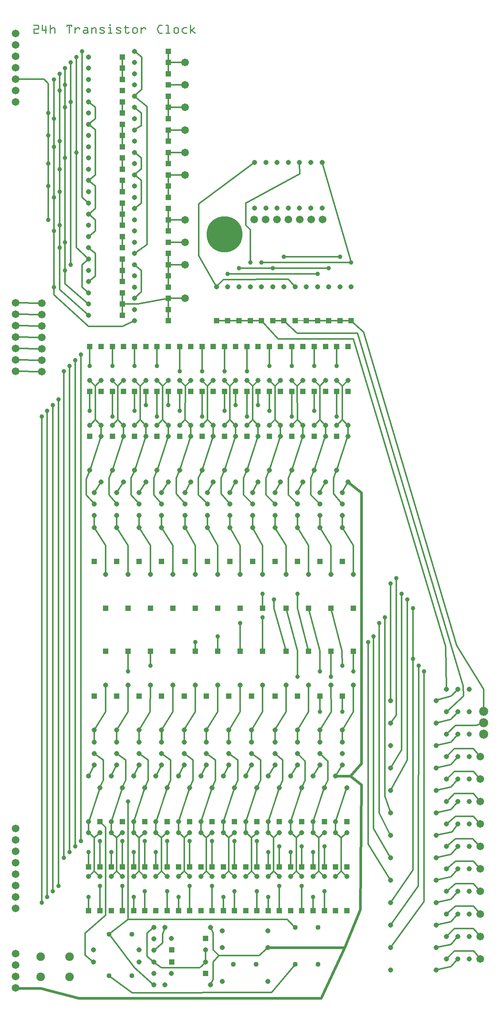
<source format=gtl>
G04 MADE WITH FRITZING*
G04 WWW.FRITZING.ORG*
G04 DOUBLE SIDED*
G04 HOLES PLATED*
G04 CONTOUR ON CENTER OF CONTOUR VECTOR*
%ASAXBY*%
%FSLAX23Y23*%
%MOIN*%
%OFA0B0*%
%SFA1.0B1.0*%
%ADD10C,0.075000*%
%ADD11C,0.039370*%
%ADD12C,0.314961*%
%ADD13C,0.044444*%
%ADD14C,0.045000*%
%ADD15C,0.067559*%
%ADD16C,0.079370*%
%ADD17R,0.046000X0.046000*%
%ADD18C,0.012000*%
%ADD19C,0.008000*%
%ADD20C,0.024000*%
%ADD21C,0.016000*%
%ADD22R,0.001000X0.001000*%
%LNCOPPER1*%
G90*
G70*
G54D10*
X597Y263D03*
X341Y263D03*
X597Y440D03*
X341Y440D03*
G54D11*
X3608Y3048D03*
G54D12*
X1955Y6769D03*
G54D11*
X2280Y6523D03*
X3067Y6523D03*
X2476Y6572D03*
X2378Y6474D03*
X2545Y5174D03*
X2152Y5174D03*
X2742Y5224D03*
X1561Y5224D03*
X1758Y5174D03*
X2349Y5224D03*
X1167Y5224D03*
X1364Y5174D03*
X1955Y5224D03*
X774Y5224D03*
X971Y5174D03*
X3461Y3757D03*
X1699Y3196D03*
G54D13*
X2575Y371D03*
X2775Y371D03*
X2575Y696D03*
X2775Y696D03*
X2034Y371D03*
X2234Y371D03*
X941Y273D03*
X1141Y273D03*
X941Y637D03*
X1141Y637D03*
G54D14*
X3904Y420D03*
X4004Y420D03*
X4104Y420D03*
X3904Y1798D03*
X4004Y1798D03*
X4104Y1798D03*
X1010Y4507D03*
X1010Y4407D03*
X1010Y4307D03*
X2791Y2120D03*
X2791Y2220D03*
X2791Y2320D03*
X3904Y814D03*
X4004Y814D03*
X4104Y814D03*
X3904Y2192D03*
X4004Y2192D03*
X4104Y2192D03*
X1404Y4507D03*
X1404Y4407D03*
X1404Y4307D03*
X2398Y2120D03*
X2398Y2220D03*
X2398Y2320D03*
X3904Y617D03*
X4004Y617D03*
X4104Y617D03*
X3904Y1995D03*
X4004Y1995D03*
X4104Y1995D03*
X1207Y4507D03*
X1207Y4407D03*
X1207Y4307D03*
X2595Y2120D03*
X2595Y2220D03*
X2595Y2320D03*
X3904Y1602D03*
X4004Y1602D03*
X4104Y1602D03*
X813Y4507D03*
X813Y4407D03*
X813Y4307D03*
X2988Y2120D03*
X2988Y2220D03*
X2988Y2320D03*
X3904Y1208D03*
X4004Y1208D03*
X4104Y1208D03*
X3904Y2586D03*
X4004Y2586D03*
X4104Y2586D03*
X1807Y4507D03*
X1807Y4407D03*
X1807Y4307D03*
X1994Y2120D03*
X1994Y2220D03*
X1994Y2320D03*
X2201Y4507D03*
X2201Y4407D03*
X2201Y4307D03*
X1601Y2120D03*
X1601Y2220D03*
X1601Y2320D03*
X3904Y1405D03*
X4004Y1405D03*
X4104Y1405D03*
X3904Y2783D03*
X4004Y2783D03*
X4104Y2783D03*
X2004Y4507D03*
X2004Y4407D03*
X2004Y4307D03*
X1797Y2120D03*
X1797Y2220D03*
X1797Y2320D03*
X3904Y1011D03*
X4004Y1011D03*
X4104Y1011D03*
X3904Y2389D03*
X4004Y2389D03*
X4104Y2389D03*
X1610Y4507D03*
X1610Y4407D03*
X1610Y4307D03*
X2191Y2120D03*
X2191Y2220D03*
X2191Y2320D03*
X2398Y4507D03*
X2398Y4407D03*
X2398Y4307D03*
X1404Y2120D03*
X1404Y2220D03*
X1404Y2320D03*
X2595Y4507D03*
X2595Y4407D03*
X2595Y4307D03*
X1207Y2120D03*
X1207Y2220D03*
X1207Y2320D03*
X2791Y4507D03*
X2791Y4407D03*
X2791Y4307D03*
X1010Y2120D03*
X1010Y2220D03*
X1010Y2320D03*
X2988Y4507D03*
X2988Y4407D03*
X2988Y4307D03*
X813Y2120D03*
X813Y2220D03*
X813Y2320D03*
X1335Y191D03*
X1335Y291D03*
X1335Y391D03*
X1335Y496D03*
X1335Y596D03*
X1335Y696D03*
X1207Y3902D03*
X1207Y4200D03*
X1305Y3491D03*
X1305Y3789D03*
X2693Y3117D03*
X2693Y2819D03*
X1610Y3902D03*
X1610Y4200D03*
X1699Y3491D03*
X1699Y3789D03*
X2289Y3117D03*
X2289Y2819D03*
X813Y3902D03*
X813Y4200D03*
X912Y3491D03*
X912Y3789D03*
X3087Y3117D03*
X3087Y2819D03*
X2004Y3902D03*
X2004Y4200D03*
X2093Y3491D03*
X2093Y3789D03*
X1896Y3117D03*
X1896Y2819D03*
X2398Y3902D03*
X2398Y4200D03*
X2496Y3491D03*
X2496Y3789D03*
X1502Y3117D03*
X1502Y2819D03*
X2791Y3902D03*
X2791Y4200D03*
X2890Y3491D03*
X2890Y3789D03*
X1108Y3117D03*
X1108Y2819D03*
X2595Y2724D03*
X2595Y2426D03*
X2988Y2724D03*
X2988Y2426D03*
X1797Y2724D03*
X1797Y2426D03*
X2191Y2724D03*
X2191Y2426D03*
X1404Y2724D03*
X1404Y2426D03*
X1010Y2724D03*
X1010Y2426D03*
X2939Y5000D03*
X2939Y4702D03*
X862Y1621D03*
X862Y1919D03*
X2152Y5000D03*
X2152Y4702D03*
X1650Y1621D03*
X1650Y1919D03*
X1758Y5000D03*
X1758Y4702D03*
X2043Y1621D03*
X2043Y1919D03*
X2545Y5000D03*
X2545Y4702D03*
X1256Y1621D03*
X1256Y1919D03*
X2595Y3902D03*
X2595Y4200D03*
X2693Y3491D03*
X2693Y3789D03*
X1305Y3117D03*
X1305Y2819D03*
X1807Y3902D03*
X1807Y4200D03*
X1896Y3491D03*
X1896Y3789D03*
X2093Y3117D03*
X2093Y2819D03*
X1404Y3902D03*
X1404Y4200D03*
X1502Y3491D03*
X1502Y3789D03*
X2496Y3117D03*
X2496Y2819D03*
X2201Y3902D03*
X2201Y4200D03*
X2289Y3491D03*
X2289Y3789D03*
X1699Y3117D03*
X1699Y2819D03*
X1010Y3902D03*
X1010Y4200D03*
X1108Y3491D03*
X1108Y3789D03*
X2890Y3117D03*
X2890Y2819D03*
X2988Y3902D03*
X2988Y4200D03*
X3087Y3491D03*
X3087Y3789D03*
X912Y3117D03*
X912Y2819D03*
X2791Y2724D03*
X2791Y2426D03*
X2398Y2724D03*
X2398Y2426D03*
X1994Y2724D03*
X1994Y2426D03*
X1601Y2724D03*
X1601Y2426D03*
X1207Y2724D03*
X1207Y2426D03*
X813Y2724D03*
X813Y2426D03*
X2742Y5000D03*
X2742Y4702D03*
X1059Y1621D03*
X1059Y1919D03*
X971Y5000D03*
X971Y4702D03*
X2831Y1621D03*
X2831Y1919D03*
X1364Y5000D03*
X1364Y4702D03*
X2437Y1621D03*
X2437Y1919D03*
X2349Y5000D03*
X2349Y4702D03*
X1453Y1621D03*
X1453Y1919D03*
X774Y5000D03*
X774Y4702D03*
X3028Y1621D03*
X3028Y1919D03*
X1561Y5000D03*
X1561Y4702D03*
X2240Y1621D03*
X2240Y1919D03*
X1955Y5000D03*
X1955Y4702D03*
X1847Y1621D03*
X1847Y1919D03*
X1167Y5000D03*
X1167Y4702D03*
X2634Y1621D03*
X2634Y1919D03*
X2250Y5787D03*
X2250Y5489D03*
X2772Y6011D03*
X2772Y6309D03*
X2250Y5394D03*
X2250Y5096D03*
X1463Y6798D03*
X1165Y6798D03*
X1059Y6848D03*
X761Y6848D03*
X1551Y1227D03*
X1551Y1525D03*
X1167Y5787D03*
X1167Y5489D03*
X1167Y5394D03*
X1167Y5096D03*
X1463Y7881D03*
X1165Y7881D03*
X1059Y7930D03*
X761Y7930D03*
X2634Y1227D03*
X2634Y1525D03*
X1758Y5787D03*
X1758Y5489D03*
X1758Y5394D03*
X1758Y5096D03*
X1463Y7290D03*
X1165Y7290D03*
X1059Y7340D03*
X761Y7340D03*
X2043Y1227D03*
X2043Y1525D03*
X971Y5787D03*
X971Y5489D03*
X971Y5394D03*
X971Y5096D03*
X1463Y8078D03*
X1165Y8078D03*
X1059Y8127D03*
X761Y8127D03*
X2831Y1227D03*
X2831Y1525D03*
X2545Y5787D03*
X2545Y5489D03*
X2378Y6011D03*
X2378Y6309D03*
X2545Y5394D03*
X2545Y5096D03*
X1463Y6503D03*
X1165Y6503D03*
X1059Y6552D03*
X761Y6552D03*
X1256Y1227D03*
X1256Y1525D03*
X1364Y5787D03*
X1364Y5489D03*
X1364Y5394D03*
X1364Y5096D03*
X1463Y7684D03*
X1165Y7684D03*
X1059Y7733D03*
X761Y7733D03*
X2437Y1227D03*
X2437Y1525D03*
X2349Y5787D03*
X2349Y5489D03*
X2673Y6011D03*
X2673Y6309D03*
X2349Y5394D03*
X2349Y5096D03*
X1463Y6700D03*
X1165Y6700D03*
X1059Y6749D03*
X761Y6749D03*
X1453Y1227D03*
X1453Y1525D03*
X2841Y5787D03*
X2841Y5489D03*
X2083Y6011D03*
X2083Y6309D03*
X2841Y5394D03*
X2841Y5096D03*
X1463Y6208D03*
X1165Y6208D03*
X1059Y6257D03*
X761Y6257D03*
X961Y1227D03*
X961Y1525D03*
X2152Y5787D03*
X2152Y5489D03*
X2870Y6011D03*
X2870Y6309D03*
X2152Y5394D03*
X2152Y5096D03*
X1463Y6897D03*
X1165Y6897D03*
X1059Y6946D03*
X761Y6946D03*
X1650Y1227D03*
X1650Y1525D03*
X2939Y5787D03*
X2939Y5489D03*
X1984Y6011D03*
X1984Y6309D03*
X2939Y5394D03*
X2939Y5096D03*
X1463Y6109D03*
X1165Y6109D03*
X1059Y6159D03*
X761Y6159D03*
X862Y1227D03*
X862Y1525D03*
X1660Y5787D03*
X1660Y5489D03*
X1660Y5394D03*
X1660Y5096D03*
X1463Y7389D03*
X1165Y7389D03*
X1059Y7438D03*
X761Y7438D03*
X2142Y1227D03*
X2142Y1525D03*
X1561Y5787D03*
X1561Y5489D03*
X1561Y5394D03*
X1561Y5096D03*
X1463Y7487D03*
X1165Y7487D03*
X1059Y7537D03*
X761Y7537D03*
X2240Y1227D03*
X2240Y1525D03*
X1955Y5787D03*
X1955Y5489D03*
X3067Y6011D03*
X3067Y6309D03*
X1955Y5394D03*
X1955Y5096D03*
X1463Y7094D03*
X1165Y7094D03*
X1059Y7143D03*
X761Y7143D03*
X1847Y1227D03*
X1847Y1525D03*
X2742Y5787D03*
X2742Y5489D03*
X2181Y6011D03*
X2181Y6309D03*
X2742Y5394D03*
X2742Y5096D03*
X1463Y6306D03*
X1165Y6306D03*
X1059Y6355D03*
X761Y6355D03*
X1059Y1227D03*
X1059Y1525D03*
X1069Y5787D03*
X1069Y5489D03*
X1069Y5394D03*
X1069Y5096D03*
X1463Y7979D03*
X1165Y7979D03*
X1059Y8029D03*
X761Y8029D03*
X2732Y1227D03*
X2732Y1525D03*
X1463Y5787D03*
X1463Y5489D03*
X1463Y5394D03*
X1463Y5096D03*
X1463Y7586D03*
X1165Y7586D03*
X1059Y7635D03*
X761Y7635D03*
X2339Y1227D03*
X2339Y1525D03*
X2053Y5787D03*
X2053Y5489D03*
X2969Y6011D03*
X2969Y6309D03*
X2053Y5394D03*
X2053Y5096D03*
X1463Y6995D03*
X1165Y6995D03*
X1059Y7044D03*
X761Y7044D03*
X1748Y1227D03*
X1748Y1525D03*
X3038Y5787D03*
X3038Y5489D03*
X1886Y6011D03*
X1886Y6309D03*
X3038Y5394D03*
X3038Y5096D03*
X1463Y6011D03*
X1165Y6011D03*
X1059Y6060D03*
X761Y6060D03*
X764Y1227D03*
X764Y1525D03*
X872Y5787D03*
X872Y5489D03*
X872Y5394D03*
X872Y5096D03*
X1463Y8176D03*
X1165Y8176D03*
X1059Y8226D03*
X761Y8226D03*
X2929Y1227D03*
X2929Y1525D03*
X1856Y5787D03*
X1856Y5489D03*
X1856Y5394D03*
X1856Y5096D03*
X1463Y7192D03*
X1165Y7192D03*
X1059Y7241D03*
X761Y7241D03*
X1945Y1227D03*
X1945Y1525D03*
X2644Y5787D03*
X2644Y5489D03*
X2280Y6011D03*
X2280Y6309D03*
X2644Y5394D03*
X2644Y5096D03*
X1463Y6405D03*
X1165Y6405D03*
X1059Y6454D03*
X761Y6454D03*
X1158Y1227D03*
X1158Y1525D03*
X2447Y5787D03*
X2447Y5489D03*
X2575Y6011D03*
X2575Y6309D03*
X2476Y6011D03*
X2476Y6309D03*
X2447Y5394D03*
X2447Y5096D03*
X1463Y6602D03*
X1165Y6602D03*
X1059Y6651D03*
X761Y6651D03*
X1354Y1227D03*
X1354Y1525D03*
X774Y5787D03*
X774Y5489D03*
X774Y5394D03*
X774Y5096D03*
X1463Y8373D03*
X1165Y8373D03*
X1463Y8275D03*
X1165Y8275D03*
X1059Y8324D03*
X761Y8324D03*
X3028Y1227D03*
X3028Y1525D03*
X1266Y5787D03*
X1266Y5489D03*
X1266Y5394D03*
X1266Y5096D03*
X1463Y7783D03*
X1165Y7783D03*
X1059Y7832D03*
X761Y7832D03*
X2536Y1227D03*
X2536Y1525D03*
X3028Y844D03*
X3028Y1142D03*
X2929Y844D03*
X2929Y1142D03*
X2732Y844D03*
X2732Y1142D03*
X2339Y844D03*
X2339Y1142D03*
X2634Y844D03*
X2634Y1142D03*
X2536Y844D03*
X2536Y1142D03*
X2831Y844D03*
X2831Y1142D03*
X2437Y844D03*
X2437Y1142D03*
X1650Y844D03*
X1650Y1142D03*
X1551Y844D03*
X1551Y1142D03*
X2043Y844D03*
X2043Y1142D03*
X1748Y844D03*
X1748Y1142D03*
X2142Y844D03*
X2142Y1142D03*
X2240Y844D03*
X2240Y1142D03*
X1847Y844D03*
X1847Y1142D03*
X1945Y844D03*
X1945Y1142D03*
X1158Y844D03*
X1158Y1142D03*
X1256Y844D03*
X1256Y1142D03*
X1453Y844D03*
X1453Y1142D03*
X1354Y844D03*
X1354Y1142D03*
X961Y844D03*
X961Y1142D03*
X1059Y844D03*
X1059Y1142D03*
X862Y844D03*
X862Y1142D03*
X764Y844D03*
X764Y1142D03*
X1492Y391D03*
X1790Y391D03*
X1492Y499D03*
X1790Y499D03*
X1788Y292D03*
X1490Y292D03*
X1788Y598D03*
X1490Y598D03*
G54D15*
X4199Y617D03*
X4199Y617D03*
X1610Y8078D03*
X1610Y8078D03*
X4199Y420D03*
X4199Y420D03*
X1610Y8275D03*
X1610Y8275D03*
X4199Y1011D03*
X4199Y1011D03*
X1610Y7684D03*
X1610Y7684D03*
X4199Y814D03*
X4199Y814D03*
X1610Y7881D03*
X1610Y7881D03*
X4199Y1405D03*
X4199Y1405D03*
X1610Y7290D03*
X1610Y7290D03*
X4199Y1208D03*
X4199Y1208D03*
X1610Y7487D03*
X1610Y7487D03*
X4199Y1798D03*
X4199Y1798D03*
X1610Y6700D03*
X1610Y6700D03*
X4199Y1602D03*
X4199Y1602D03*
X1610Y6897D03*
X1610Y6897D03*
X4199Y1995D03*
X4199Y1995D03*
X1610Y6503D03*
X1610Y6503D03*
X4199Y2192D03*
X4199Y2192D03*
X1610Y6208D03*
X1610Y6208D03*
G54D16*
X4228Y2389D03*
X4228Y2489D03*
X4228Y2589D03*
G54D15*
X2217Y6898D03*
X2317Y6898D03*
X2417Y6898D03*
X2517Y6898D03*
X2617Y6898D03*
X2717Y6898D03*
X2817Y6898D03*
X2217Y6898D03*
X2317Y6898D03*
X2417Y6898D03*
X2517Y6898D03*
X2617Y6898D03*
X2717Y6898D03*
X2817Y6898D03*
X351Y5565D03*
X351Y5665D03*
X351Y5765D03*
X351Y5865D03*
X351Y5965D03*
X351Y6065D03*
X351Y6165D03*
X351Y5565D03*
X351Y5665D03*
X351Y5765D03*
X351Y5865D03*
X351Y5965D03*
X351Y6065D03*
X351Y6165D03*
X124Y5568D03*
X124Y5668D03*
X124Y5768D03*
X124Y5868D03*
X124Y5968D03*
X124Y6068D03*
X124Y6168D03*
X124Y5568D03*
X124Y5668D03*
X124Y5768D03*
X124Y5868D03*
X124Y5968D03*
X124Y6068D03*
X124Y6168D03*
X124Y165D03*
X124Y265D03*
X124Y365D03*
X124Y465D03*
X124Y165D03*
X124Y265D03*
X124Y365D03*
X124Y465D03*
X124Y862D03*
X124Y962D03*
X124Y1062D03*
X124Y1162D03*
X124Y1262D03*
X124Y1362D03*
X124Y1462D03*
X124Y1562D03*
X124Y862D03*
X124Y962D03*
X124Y1062D03*
X124Y1162D03*
X124Y1262D03*
X124Y1362D03*
X124Y1462D03*
X124Y1562D03*
X124Y7930D03*
X124Y8030D03*
X124Y8130D03*
X124Y8230D03*
X124Y8330D03*
X124Y8430D03*
X124Y8530D03*
X124Y7930D03*
X124Y8030D03*
X124Y8130D03*
X124Y8230D03*
X124Y8330D03*
X124Y8430D03*
X124Y8530D03*
G54D11*
X1847Y1454D03*
X2240Y1454D03*
X1650Y1454D03*
X1059Y1454D03*
X1453Y1454D03*
X1256Y1454D03*
X862Y1454D03*
X2988Y2586D03*
X3412Y3708D03*
X2595Y3619D03*
X2289Y3619D03*
X2388Y3570D03*
X2289Y3413D03*
X2093Y3363D03*
X1896Y3245D03*
X3215Y3196D03*
X3608Y3491D03*
X3510Y3619D03*
X3559Y3570D03*
X3362Y3413D03*
X3313Y3363D03*
X3264Y3245D03*
X1305Y2989D03*
X2988Y2989D03*
X3658Y2989D03*
X3707Y2940D03*
X1108Y2940D03*
X2791Y2940D03*
X3087Y2940D03*
X2890Y2891D03*
X2595Y2891D03*
X2791Y2586D03*
X2634Y1405D03*
X2437Y1405D03*
X2831Y1405D03*
X2536Y1355D03*
X2339Y1355D03*
X2732Y1355D03*
X1354Y1355D03*
X961Y1355D03*
X764Y1355D03*
X1158Y1355D03*
X2634Y1060D03*
X2437Y1060D03*
X1847Y1060D03*
X1650Y1060D03*
X1059Y1060D03*
X862Y1060D03*
X1256Y1011D03*
X1453Y1011D03*
X2043Y1011D03*
X2240Y1011D03*
X2831Y1011D03*
X2732Y962D03*
X2339Y962D03*
X1945Y962D03*
X1551Y962D03*
X1158Y962D03*
X764Y962D03*
X695Y5716D03*
X1108Y1798D03*
X695Y1454D03*
X459Y6306D03*
X557Y6454D03*
X606Y6503D03*
X508Y6651D03*
X557Y6700D03*
X508Y6848D03*
X459Y6798D03*
X410Y6897D03*
X508Y7143D03*
X459Y7094D03*
X410Y7192D03*
X508Y7340D03*
X410Y7389D03*
X557Y7438D03*
X656Y7487D03*
X459Y7537D03*
X508Y7586D03*
X410Y7635D03*
X459Y7783D03*
X410Y7832D03*
X557Y7881D03*
X606Y7930D03*
X508Y8029D03*
X557Y8078D03*
X459Y8127D03*
X508Y8176D03*
X557Y8226D03*
X606Y8275D03*
X656Y8324D03*
X705Y8373D03*
X646Y5666D03*
X646Y1405D03*
X597Y5617D03*
X597Y1355D03*
X2969Y6572D03*
X2181Y6523D03*
X2083Y6474D03*
X2870Y6474D03*
X2772Y6424D03*
X1984Y6424D03*
X547Y5568D03*
X547Y1306D03*
X2545Y5617D03*
X2742Y5617D03*
X2939Y5617D03*
X2349Y5617D03*
X971Y5617D03*
X1167Y5617D03*
X1364Y5617D03*
X774Y5617D03*
X1955Y5568D03*
X2152Y5568D03*
X1561Y5568D03*
X1758Y5568D03*
X2250Y5273D03*
X2053Y5273D03*
X1463Y5273D03*
X1266Y5273D03*
X498Y5322D03*
X498Y1060D03*
X449Y5273D03*
X449Y1011D03*
X400Y5224D03*
X400Y962D03*
X2939Y5174D03*
X351Y5174D03*
X351Y913D03*
X2043Y1454D03*
G54D14*
X1433Y194D03*
X1833Y194D03*
X807Y391D03*
X1207Y391D03*
X807Y499D03*
X1207Y499D03*
X1266Y5000D03*
X1266Y4600D03*
X2536Y1621D03*
X2536Y2021D03*
X1069Y5000D03*
X1069Y4600D03*
X2732Y1621D03*
X2732Y2021D03*
X872Y5000D03*
X872Y4600D03*
X2929Y1621D03*
X2929Y2021D03*
X1463Y5000D03*
X1463Y4600D03*
X2339Y1621D03*
X2339Y2021D03*
X2053Y5000D03*
X2053Y4600D03*
X1748Y1621D03*
X1748Y2021D03*
X1856Y5000D03*
X1856Y4600D03*
X1945Y1621D03*
X1945Y2021D03*
X1660Y5000D03*
X1660Y4600D03*
X2142Y1621D03*
X2142Y2021D03*
X2250Y5000D03*
X2250Y4600D03*
X1551Y1621D03*
X1551Y2021D03*
X2644Y5000D03*
X2644Y4600D03*
X1158Y1621D03*
X1158Y2021D03*
X2319Y7399D03*
X2319Y6999D03*
X2417Y7399D03*
X2417Y6999D03*
X2219Y7399D03*
X2219Y6999D03*
X2811Y7399D03*
X2811Y6999D03*
X2713Y7399D03*
X2713Y6999D03*
X2614Y7399D03*
X2614Y6999D03*
X2516Y7399D03*
X2516Y6999D03*
X2447Y5000D03*
X2447Y4600D03*
X1354Y1621D03*
X1354Y2021D03*
X2841Y5000D03*
X2841Y4600D03*
X961Y1621D03*
X961Y2021D03*
X3038Y5000D03*
X3038Y4600D03*
X764Y1621D03*
X764Y2021D03*
X1935Y224D03*
X2335Y224D03*
X1935Y519D03*
X2335Y519D03*
X3412Y322D03*
X3812Y322D03*
X3412Y519D03*
X3812Y519D03*
X3412Y716D03*
X3812Y716D03*
X3412Y913D03*
X3812Y913D03*
X3412Y1109D03*
X3812Y1109D03*
X3412Y1306D03*
X3812Y1306D03*
X3412Y1503D03*
X3812Y1503D03*
X3412Y1700D03*
X3812Y1700D03*
X3412Y1897D03*
X3812Y1897D03*
X3412Y2094D03*
X3812Y2094D03*
X3412Y2290D03*
X3812Y2290D03*
X3412Y2487D03*
X3812Y2487D03*
X3412Y2684D03*
X3812Y2684D03*
X1935Y666D03*
X2335Y666D03*
X1433Y696D03*
X1833Y696D03*
G54D17*
X1207Y3902D03*
X1305Y3491D03*
X2693Y3117D03*
X1610Y3902D03*
X1699Y3491D03*
X2289Y3117D03*
X813Y3902D03*
X912Y3491D03*
X3087Y3117D03*
X2004Y3902D03*
X2093Y3491D03*
X1896Y3117D03*
X2398Y3902D03*
X2496Y3491D03*
X1502Y3117D03*
X2791Y3902D03*
X2890Y3491D03*
X1108Y3117D03*
X2595Y2724D03*
X2988Y2724D03*
X1797Y2724D03*
X2191Y2724D03*
X1404Y2724D03*
X1010Y2724D03*
X2939Y5000D03*
X862Y1621D03*
X2152Y5000D03*
X1650Y1621D03*
X1758Y5000D03*
X2043Y1621D03*
X2545Y5000D03*
X1256Y1621D03*
X2595Y3902D03*
X2693Y3491D03*
X1305Y3117D03*
X1807Y3902D03*
X1896Y3491D03*
X2093Y3117D03*
X1404Y3902D03*
X1502Y3491D03*
X2496Y3117D03*
X2201Y3902D03*
X2289Y3491D03*
X1699Y3117D03*
X1010Y3902D03*
X1108Y3491D03*
X2890Y3117D03*
X2988Y3902D03*
X3087Y3491D03*
X912Y3117D03*
X2791Y2724D03*
X2398Y2724D03*
X1994Y2724D03*
X1601Y2724D03*
X1207Y2724D03*
X813Y2724D03*
X2742Y5000D03*
X1059Y1621D03*
X971Y5000D03*
X2831Y1621D03*
X1364Y5000D03*
X2437Y1621D03*
X2349Y5000D03*
X1453Y1621D03*
X774Y5000D03*
X3028Y1621D03*
X1561Y5000D03*
X2240Y1621D03*
X1955Y5000D03*
X1847Y1621D03*
X1167Y5000D03*
X2634Y1621D03*
X2250Y5787D03*
X2772Y6011D03*
X2250Y5394D03*
X1463Y6798D03*
X1059Y6848D03*
X1551Y1227D03*
X1167Y5787D03*
X1167Y5394D03*
X1463Y7881D03*
X1059Y7930D03*
X2634Y1227D03*
X1758Y5787D03*
X1758Y5394D03*
X1463Y7290D03*
X1059Y7340D03*
X2043Y1227D03*
X971Y5787D03*
X971Y5394D03*
X1463Y8078D03*
X1059Y8127D03*
X2831Y1227D03*
X2545Y5787D03*
X2378Y6011D03*
X2545Y5394D03*
X1463Y6503D03*
X1059Y6552D03*
X1256Y1227D03*
X1364Y5787D03*
X1364Y5394D03*
X1463Y7684D03*
X1059Y7733D03*
X2437Y1227D03*
X2349Y5787D03*
X2673Y6011D03*
X2349Y5394D03*
X1463Y6700D03*
X1059Y6749D03*
X1453Y1227D03*
X2841Y5787D03*
X2083Y6011D03*
X2841Y5394D03*
X1463Y6208D03*
X1059Y6257D03*
X961Y1227D03*
X2152Y5787D03*
X2870Y6011D03*
X2152Y5394D03*
X1463Y6897D03*
X1059Y6946D03*
X1650Y1227D03*
X2939Y5787D03*
X1984Y6011D03*
X2939Y5394D03*
X1463Y6109D03*
X1059Y6159D03*
X862Y1227D03*
X1660Y5787D03*
X1660Y5394D03*
X1463Y7389D03*
X1059Y7438D03*
X2142Y1227D03*
X1561Y5787D03*
X1561Y5394D03*
X1463Y7487D03*
X1059Y7537D03*
X2240Y1227D03*
X1955Y5787D03*
X3067Y6011D03*
X1955Y5394D03*
X1463Y7094D03*
X1059Y7143D03*
X1847Y1227D03*
X2742Y5787D03*
X2181Y6011D03*
X2742Y5394D03*
X1463Y6306D03*
X1059Y6355D03*
X1059Y1227D03*
X1069Y5787D03*
X1069Y5394D03*
X1463Y7979D03*
X1059Y8029D03*
X2732Y1227D03*
X1463Y5787D03*
X1463Y5394D03*
X1463Y7586D03*
X1059Y7635D03*
X2339Y1227D03*
X2053Y5787D03*
X2969Y6011D03*
X2053Y5394D03*
X1463Y6995D03*
X1059Y7044D03*
X1748Y1227D03*
X3038Y5787D03*
X1886Y6011D03*
X3038Y5394D03*
X1463Y6011D03*
X1059Y6060D03*
X764Y1227D03*
X872Y5787D03*
X872Y5394D03*
X1463Y8176D03*
X1059Y8226D03*
X2929Y1227D03*
X1856Y5787D03*
X1856Y5394D03*
X1463Y7192D03*
X1059Y7241D03*
X1945Y1227D03*
X2644Y5787D03*
X2280Y6011D03*
X2644Y5394D03*
X1463Y6405D03*
X1059Y6454D03*
X1158Y1227D03*
X2447Y5787D03*
X2575Y6011D03*
X2476Y6011D03*
X2447Y5394D03*
X1463Y6602D03*
X1059Y6651D03*
X1354Y1227D03*
X774Y5787D03*
X774Y5394D03*
X1463Y8373D03*
X1463Y8275D03*
X1059Y8324D03*
X3028Y1227D03*
X1266Y5787D03*
X1266Y5394D03*
X1463Y7783D03*
X1059Y7832D03*
X2536Y1227D03*
X3028Y844D03*
X2929Y844D03*
X2732Y844D03*
X2339Y844D03*
X2634Y844D03*
X2536Y844D03*
X2831Y844D03*
X2437Y844D03*
X1650Y844D03*
X1551Y844D03*
X2043Y844D03*
X1748Y844D03*
X2142Y844D03*
X2240Y844D03*
X1847Y844D03*
X1945Y844D03*
X1158Y844D03*
X1256Y844D03*
X1453Y844D03*
X1354Y844D03*
X961Y844D03*
X1059Y844D03*
X862Y844D03*
X764Y844D03*
X1492Y391D03*
X1492Y499D03*
X1788Y292D03*
X1788Y598D03*
G54D18*
X3944Y745D02*
X3824Y718D01*
D02*
X3995Y805D02*
X3944Y745D01*
D02*
X4139Y686D02*
X3973Y686D01*
D02*
X3973Y686D02*
X3913Y626D01*
D02*
X4190Y628D02*
X4139Y686D01*
D02*
X3944Y547D02*
X3824Y521D01*
D02*
X3996Y608D02*
X3944Y547D01*
D02*
X3944Y352D02*
X3824Y325D01*
D02*
X3995Y411D02*
X3944Y352D01*
D02*
X4141Y489D02*
X4190Y431D01*
D02*
X3973Y488D02*
X4141Y489D01*
D02*
X3913Y429D02*
X3973Y488D01*
D02*
X3944Y1729D02*
X3824Y1703D01*
D02*
X3996Y1789D02*
X3944Y1729D01*
D02*
X4139Y1670D02*
X3982Y1670D01*
D02*
X3982Y1670D02*
X3913Y1610D01*
D02*
X4190Y1612D02*
X4139Y1670D01*
D02*
X3952Y1534D02*
X3824Y1506D01*
D02*
X3996Y1592D02*
X3952Y1534D01*
D02*
X4131Y1472D02*
X3982Y1472D01*
D02*
X3982Y1472D02*
X3913Y1413D01*
D02*
X4189Y1414D02*
X4131Y1472D01*
D02*
X3944Y1336D02*
X3824Y1309D01*
D02*
X3995Y1395D02*
X3944Y1336D01*
D02*
X4139Y1277D02*
X3982Y1277D01*
D02*
X3982Y1277D02*
X3913Y1216D01*
D02*
X4190Y1218D02*
X4139Y1277D01*
D02*
X3944Y1138D02*
X3824Y1112D01*
D02*
X3996Y1198D02*
X3944Y1138D01*
D02*
X3982Y1079D02*
X3913Y1019D01*
D02*
X4139Y1079D02*
X3982Y1079D01*
D02*
X4190Y1021D02*
X4139Y1079D01*
D02*
X3944Y943D02*
X3824Y915D01*
D02*
X3995Y1002D02*
X3944Y943D01*
D02*
X4139Y884D02*
X3982Y884D01*
D02*
X3982Y884D02*
X3913Y822D01*
D02*
X4190Y825D02*
X4139Y884D01*
D02*
X3943Y2724D02*
X3824Y2688D01*
D02*
X3995Y2774D02*
X3943Y2724D01*
D02*
X3944Y2518D02*
X3824Y2490D01*
D02*
X3995Y2576D02*
X3944Y2518D01*
D02*
X4161Y2467D02*
X3982Y2467D01*
D02*
X3982Y2467D02*
X3912Y2398D01*
D02*
X4210Y2483D02*
X4161Y2467D01*
D02*
X3944Y2320D02*
X3824Y2293D01*
D02*
X3995Y2379D02*
X3944Y2320D01*
D02*
X4139Y2261D02*
X3973Y2261D01*
D02*
X3973Y2261D02*
X3913Y2201D01*
D02*
X4190Y2202D02*
X4139Y2261D01*
D02*
X3944Y2122D02*
X3824Y2096D01*
D02*
X3996Y2183D02*
X3944Y2122D01*
D02*
X4139Y2063D02*
X3973Y2063D01*
D02*
X3973Y2063D02*
X3913Y2004D01*
D02*
X4190Y2006D02*
X4139Y2063D01*
D02*
X3944Y1927D02*
X3824Y1900D01*
D02*
X3995Y1986D02*
X3944Y1927D01*
D02*
X4139Y1868D02*
X3973Y1868D01*
D02*
X3973Y1868D02*
X3913Y1807D01*
D02*
X4190Y1809D02*
X4139Y1868D01*
D02*
X1069Y5012D02*
X1069Y5083D01*
D02*
X872Y5012D02*
X872Y5083D01*
D02*
X3038Y5012D02*
X3038Y5083D01*
D02*
X2841Y5012D02*
X2841Y5083D01*
D02*
X2644Y5012D02*
X2644Y5083D01*
D02*
X2447Y5012D02*
X2447Y5083D01*
D02*
X2250Y5012D02*
X2250Y5083D01*
D02*
X2053Y5012D02*
X2053Y5083D01*
D02*
X1856Y5012D02*
X1856Y5083D01*
D02*
X1660Y5012D02*
X1660Y5083D01*
D02*
X1463Y5012D02*
X1463Y5083D01*
D02*
X1266Y5012D02*
X1266Y5083D01*
D02*
X1880Y6320D02*
X1729Y6581D01*
G54D19*
D02*
X2661Y6011D02*
X2587Y6011D01*
G54D18*
D02*
X2815Y7387D02*
X3065Y6530D01*
D02*
X2615Y7300D02*
X2143Y7044D01*
D02*
X2181Y6809D02*
X2181Y6531D01*
D02*
X2143Y6848D02*
X2181Y6809D01*
D02*
X2143Y7044D02*
X2143Y6848D01*
D02*
X2614Y7386D02*
X2615Y7300D01*
D02*
X1729Y7035D02*
X2209Y7391D01*
D02*
X1729Y6581D02*
X1729Y7035D01*
D02*
X1059Y6073D02*
X1059Y6146D01*
D02*
X1059Y6171D02*
X1059Y6245D01*
D02*
X508Y7594D02*
X508Y8021D01*
D02*
X410Y7643D02*
X410Y7824D01*
D02*
X459Y7790D02*
X459Y8119D01*
D02*
X557Y7889D02*
X557Y8070D01*
D02*
X606Y7938D02*
X606Y8267D01*
D02*
X508Y8037D02*
X508Y8168D01*
D02*
X557Y8086D02*
X557Y8218D01*
D02*
X705Y7094D02*
X705Y8365D01*
D02*
X752Y7053D02*
X705Y7094D01*
D02*
X459Y7102D02*
X459Y7529D01*
D02*
X508Y7151D02*
X508Y7332D01*
D02*
X410Y7200D02*
X410Y7381D01*
D02*
X508Y7348D02*
X508Y7578D01*
D02*
X410Y7397D02*
X410Y7627D01*
D02*
X557Y7446D02*
X557Y7873D01*
D02*
X656Y7495D02*
X656Y8316D01*
D02*
X459Y7544D02*
X459Y7775D01*
D02*
X606Y6511D02*
X606Y7922D01*
D02*
X656Y6651D02*
X656Y7479D01*
D02*
X508Y6659D02*
X508Y6840D01*
D02*
X557Y6708D02*
X557Y7430D01*
D02*
X459Y6806D02*
X459Y7086D01*
D02*
X508Y6855D02*
X508Y7135D01*
D02*
X410Y6905D02*
X410Y7184D01*
D02*
X1058Y5962D02*
X763Y5962D01*
D02*
X763Y5962D02*
X459Y6238D01*
D02*
X1153Y6006D02*
X1058Y5962D01*
D02*
X752Y6069D02*
X509Y6287D01*
D02*
X459Y6238D02*
X459Y6298D01*
D02*
X509Y6287D02*
X508Y6643D01*
D02*
X557Y6335D02*
X557Y6446D01*
D02*
X459Y6314D02*
X459Y6790D01*
D02*
X557Y6462D02*
X557Y6692D01*
D02*
X337Y6165D02*
X138Y6168D01*
G54D20*
D02*
X3008Y519D02*
X2348Y519D01*
D02*
X2802Y76D02*
X675Y75D01*
D02*
X675Y75D02*
X341Y164D01*
D02*
X341Y164D02*
X138Y164D01*
D02*
X2802Y76D02*
X3008Y519D01*
G54D18*
D02*
X1108Y765D02*
X1108Y1790D01*
D02*
X371Y8128D02*
X138Y8130D01*
D02*
X409Y8088D02*
X371Y8128D01*
D02*
X410Y7840D02*
X409Y8088D01*
D02*
X705Y6306D02*
X705Y6503D01*
D02*
X705Y6503D02*
X752Y6544D01*
D02*
X752Y6167D02*
X557Y6335D01*
D02*
X752Y6265D02*
X705Y6306D01*
D02*
X752Y6561D02*
X656Y6651D01*
D02*
X1197Y6159D02*
X1450Y6206D01*
D02*
X1072Y6159D02*
X1197Y6159D01*
G54D20*
D02*
X3147Y852D02*
X3008Y519D01*
G54D18*
D02*
X4228Y2783D02*
X4228Y2609D01*
D02*
X337Y5565D02*
X138Y5568D01*
D02*
X337Y5665D02*
X138Y5668D01*
D02*
X337Y5765D02*
X138Y5768D01*
D02*
X337Y5865D02*
X138Y5868D01*
D02*
X337Y5965D02*
X138Y5968D01*
D02*
X337Y6065D02*
X138Y6068D01*
D02*
X1463Y8189D02*
X1463Y8262D01*
D02*
X1463Y8287D02*
X1463Y8361D01*
D02*
X1463Y6589D02*
X1463Y6516D01*
D02*
X1463Y6884D02*
X1463Y6811D01*
D02*
X1463Y6983D02*
X1463Y6909D01*
D02*
X1463Y7180D02*
X1463Y7106D01*
D02*
X1463Y7278D02*
X1463Y7205D01*
D02*
X1463Y7475D02*
X1463Y7401D01*
D02*
X1463Y7672D02*
X1463Y7598D01*
D02*
X1463Y7869D02*
X1463Y7795D01*
D02*
X1463Y7967D02*
X1463Y7894D01*
D02*
X1059Y7352D02*
X1059Y7426D01*
D02*
X1059Y7549D02*
X1059Y7622D01*
D02*
X1059Y7647D02*
X1059Y7721D01*
D02*
X1059Y7844D02*
X1059Y7918D01*
D02*
X1059Y8140D02*
X1059Y8213D01*
D02*
X1059Y8238D02*
X1059Y8311D01*
D02*
X1463Y6097D02*
X1463Y6023D01*
D02*
X1463Y6195D02*
X1463Y6122D01*
D02*
X1463Y6392D02*
X1463Y6319D01*
D02*
X1463Y6491D02*
X1463Y6417D01*
D02*
X1059Y6368D02*
X1059Y6441D01*
D02*
X1059Y6466D02*
X1059Y6540D01*
D02*
X1059Y6663D02*
X1059Y6737D01*
D02*
X1059Y6860D02*
X1059Y6933D01*
D02*
X1059Y6958D02*
X1059Y7032D01*
D02*
X1059Y7155D02*
X1059Y7229D01*
D02*
X1475Y7881D02*
X1597Y7881D01*
D02*
X1475Y8275D02*
X1597Y8275D01*
D02*
X1475Y8078D02*
X1597Y8078D01*
D02*
X1475Y7684D02*
X1597Y7684D01*
D02*
X1475Y7487D02*
X1597Y7487D01*
D02*
X1475Y6897D02*
X1597Y6897D01*
D02*
X1475Y7290D02*
X1597Y7290D01*
D02*
X1475Y6700D02*
X1597Y6700D01*
D02*
X1475Y6208D02*
X1597Y6208D01*
D02*
X1475Y6503D02*
X1597Y6503D01*
D02*
X824Y7782D02*
X824Y7881D01*
D02*
X824Y7881D02*
X771Y7923D01*
D02*
X771Y7741D02*
X824Y7782D01*
D02*
X1227Y7044D02*
X1175Y7003D01*
D02*
X1227Y7241D02*
X1227Y7044D01*
D02*
X1227Y7438D02*
X1175Y7480D01*
D02*
X1227Y7341D02*
X1227Y7438D01*
D02*
X1175Y7283D02*
X1227Y7241D01*
D02*
X1174Y7298D02*
X1227Y7341D01*
D02*
X1228Y8324D02*
X1228Y8038D01*
D02*
X1228Y8038D02*
X1174Y7988D01*
D02*
X1175Y8365D02*
X1228Y8324D01*
D02*
X1275Y6680D02*
X1175Y6609D01*
D02*
X1275Y7890D02*
X1275Y6680D01*
D02*
X1174Y7972D02*
X1275Y7890D01*
D02*
X824Y6601D02*
X824Y6404D01*
D02*
X824Y6404D02*
X771Y6363D01*
D02*
X771Y6643D02*
X824Y6601D01*
D02*
X1227Y6266D02*
X1174Y6216D01*
D02*
X1227Y6453D02*
X1227Y6266D01*
D02*
X1174Y6495D02*
X1227Y6453D01*
D02*
X1227Y7724D02*
X1175Y7691D01*
D02*
X1227Y7832D02*
X1227Y7724D01*
D02*
X1175Y7873D02*
X1227Y7832D01*
D02*
X824Y6798D02*
X771Y6757D01*
D02*
X824Y6897D02*
X824Y6798D01*
D02*
X824Y6996D02*
X771Y6954D01*
D02*
X824Y7193D02*
X824Y6996D01*
D02*
X824Y7290D02*
X771Y7249D01*
D02*
X824Y7685D02*
X824Y7290D01*
D02*
X771Y6938D02*
X824Y6897D01*
D02*
X771Y7234D02*
X824Y7193D01*
D02*
X771Y7726D02*
X824Y7685D01*
D02*
X3059Y6523D02*
X2288Y6523D01*
D02*
X2961Y6572D02*
X2484Y6572D01*
D02*
X2370Y6474D02*
X2091Y6474D01*
D02*
X2862Y6474D02*
X2386Y6474D01*
D02*
X2764Y6424D02*
X1992Y6424D01*
D02*
X1946Y6374D02*
X1894Y6318D01*
D02*
X2517Y6375D02*
X1946Y6374D01*
D02*
X2567Y6318D02*
X2517Y6375D01*
D02*
X2267Y6011D02*
X2194Y6011D01*
D02*
X2169Y6011D02*
X2095Y6011D01*
D02*
X2070Y6011D02*
X1997Y6011D01*
D02*
X1972Y6011D02*
X1898Y6011D01*
D02*
X3055Y6011D02*
X2981Y6011D01*
D02*
X2956Y6011D02*
X2883Y6011D01*
D02*
X2858Y6011D02*
X2784Y6011D01*
D02*
X2759Y6011D02*
X2686Y6011D01*
D02*
X2464Y6011D02*
X2391Y6011D01*
D02*
X3175Y5912D02*
X3076Y6003D01*
D02*
X4228Y2783D02*
X3992Y3167D01*
D02*
X3992Y3167D02*
X3175Y5912D01*
D02*
X4050Y2814D02*
X3122Y5902D01*
D02*
X4051Y2724D02*
X4050Y2814D01*
D02*
X3913Y2594D02*
X4051Y2724D01*
D02*
X2594Y5903D02*
X2486Y6002D01*
D02*
X3122Y5902D02*
X2594Y5903D01*
D02*
X2427Y5853D02*
X2288Y6002D01*
D02*
X3086Y5854D02*
X2427Y5853D01*
D02*
X3895Y3157D02*
X3086Y5854D01*
D02*
X3903Y2795D02*
X3895Y3157D01*
D02*
X823Y5145D02*
X783Y5104D01*
D02*
X1020Y5145D02*
X979Y5104D01*
D02*
X1060Y5104D02*
X1020Y5145D01*
D02*
X863Y5104D02*
X823Y5145D01*
D02*
X1217Y5145D02*
X1176Y5104D01*
D02*
X1414Y5145D02*
X1373Y5104D01*
D02*
X1610Y5145D02*
X1570Y5104D01*
D02*
X1807Y5145D02*
X1767Y5104D01*
D02*
X2004Y5145D02*
X1964Y5104D01*
D02*
X2201Y5145D02*
X2161Y5104D01*
D02*
X2398Y5145D02*
X2357Y5104D01*
D02*
X2595Y5145D02*
X2554Y5104D01*
D02*
X2791Y5145D02*
X2751Y5104D01*
D02*
X2988Y5145D02*
X2948Y5104D01*
D02*
X3029Y5104D02*
X2988Y5145D01*
D02*
X2832Y5104D02*
X2791Y5145D01*
D02*
X2635Y5104D02*
X2595Y5145D01*
D02*
X2438Y5104D02*
X2398Y5145D01*
D02*
X2241Y5104D02*
X2201Y5145D01*
D02*
X2044Y5104D02*
X2004Y5145D01*
D02*
X1848Y5104D02*
X1807Y5145D01*
D02*
X1651Y5104D02*
X1610Y5145D01*
D02*
X1454Y5104D02*
X1414Y5145D01*
D02*
X1257Y5104D02*
X1217Y5145D01*
D02*
X822Y5440D02*
X783Y5480D01*
D02*
X1019Y5440D02*
X979Y5480D01*
D02*
X1217Y5440D02*
X1176Y5480D01*
D02*
X1257Y5480D02*
X1217Y5440D01*
D02*
X1060Y5481D02*
X1019Y5440D01*
D02*
X863Y5481D02*
X822Y5440D01*
D02*
X2988Y5440D02*
X2988Y5145D01*
D02*
X1414Y5440D02*
X1373Y5481D01*
D02*
X1611Y5440D02*
X1570Y5481D01*
D02*
X1806Y5440D02*
X1767Y5480D01*
D02*
X2004Y5440D02*
X1964Y5480D01*
D02*
X2201Y5440D02*
X2161Y5480D01*
D02*
X2398Y5440D02*
X2357Y5481D01*
D02*
X2594Y5440D02*
X2554Y5480D01*
D02*
X2791Y5440D02*
X2751Y5480D01*
D02*
X2988Y5440D02*
X2948Y5480D01*
D02*
X3029Y5480D02*
X2988Y5440D01*
D02*
X2832Y5481D02*
X2791Y5440D01*
D02*
X2635Y5481D02*
X2594Y5440D01*
D02*
X2438Y5480D02*
X2398Y5440D01*
D02*
X2241Y5480D02*
X2201Y5440D01*
D02*
X2044Y5480D02*
X2004Y5440D01*
D02*
X1847Y5481D02*
X1806Y5440D01*
D02*
X1651Y5480D02*
X1611Y5440D01*
D02*
X1454Y5480D02*
X1414Y5440D01*
D02*
X1019Y5440D02*
X1020Y5145D01*
D02*
X1217Y5440D02*
X1217Y5145D01*
D02*
X1414Y5440D02*
X1414Y5145D01*
D02*
X1611Y5440D02*
X1610Y5145D01*
D02*
X1806Y5440D02*
X1807Y5145D01*
D02*
X2004Y5440D02*
X2004Y5145D01*
D02*
X2201Y5440D02*
X2201Y5145D01*
D02*
X2398Y5440D02*
X2398Y5145D01*
D02*
X2594Y5440D02*
X2595Y5145D01*
D02*
X2791Y5440D02*
X2791Y5145D01*
D02*
X1167Y5231D02*
X1167Y5381D01*
D02*
X774Y5231D02*
X774Y5381D01*
D02*
X2939Y5182D02*
X2939Y5381D01*
D02*
X2545Y5182D02*
X2545Y5381D01*
D02*
X2152Y5182D02*
X2152Y5381D01*
D02*
X1758Y5182D02*
X1758Y5381D01*
D02*
X1364Y5182D02*
X1364Y5381D01*
D02*
X971Y5182D02*
X971Y5381D01*
D02*
X822Y5440D02*
X823Y5145D01*
D02*
X1561Y5576D02*
X1561Y5775D01*
D02*
X2250Y5281D02*
X2250Y5381D01*
D02*
X2053Y5281D02*
X2053Y5381D01*
D02*
X1463Y5281D02*
X1463Y5381D01*
D02*
X1266Y5281D02*
X1266Y5381D01*
D02*
X2742Y5231D02*
X2742Y5381D01*
D02*
X2349Y5231D02*
X2349Y5381D01*
D02*
X1955Y5231D02*
X1955Y5381D01*
D02*
X1561Y5231D02*
X1561Y5381D01*
D02*
X2742Y5625D02*
X2742Y5775D01*
D02*
X2545Y5625D02*
X2545Y5775D01*
D02*
X2349Y5625D02*
X2349Y5775D01*
D02*
X1364Y5625D02*
X1364Y5775D01*
D02*
X1167Y5625D02*
X1167Y5775D01*
D02*
X971Y5625D02*
X971Y5775D01*
D02*
X774Y5625D02*
X774Y5775D01*
D02*
X2152Y5576D02*
X2152Y5775D01*
D02*
X1955Y5576D02*
X1955Y5775D01*
D02*
X1758Y5576D02*
X1758Y5775D01*
D02*
X1108Y765D02*
X950Y644D01*
D02*
X2505Y765D02*
X1108Y765D01*
D02*
X2567Y704D02*
X2505Y765D01*
D02*
X1147Y124D02*
X950Y266D01*
D02*
X2368Y126D02*
X1147Y124D01*
D02*
X2568Y363D02*
X2368Y126D01*
D02*
X2939Y5625D02*
X2939Y5775D01*
D02*
X813Y4212D02*
X813Y4294D01*
D02*
X2004Y4212D02*
X2004Y4294D01*
D02*
X2201Y4212D02*
X2201Y4294D01*
D02*
X2398Y4212D02*
X2398Y4294D01*
D02*
X2595Y4212D02*
X2595Y4294D01*
D02*
X2791Y4212D02*
X2791Y4294D01*
D02*
X2988Y4212D02*
X2988Y4294D01*
D02*
X1610Y4212D02*
X1610Y4294D01*
D02*
X1404Y4212D02*
X1404Y4294D01*
D02*
X1207Y4212D02*
X1207Y4294D01*
D02*
X1010Y4212D02*
X1010Y4294D01*
D02*
X2404Y4518D02*
X2441Y4589D01*
D02*
X2207Y4518D02*
X2244Y4589D01*
D02*
X2010Y4518D02*
X2047Y4589D01*
D02*
X1813Y4518D02*
X1851Y4589D01*
D02*
X1616Y4518D02*
X1654Y4589D01*
D02*
X1410Y4517D02*
X1456Y4589D01*
D02*
X1214Y4517D02*
X1259Y4589D01*
D02*
X1017Y4517D02*
X1062Y4589D01*
D02*
X820Y4517D02*
X865Y4589D01*
D02*
X1807Y4212D02*
X1807Y4294D01*
D02*
X1925Y4633D02*
X1950Y4690D01*
D02*
X1925Y4496D02*
X1925Y4633D01*
D02*
X1996Y4416D02*
X1925Y4496D01*
D02*
X1727Y4633D02*
X1753Y4690D01*
D02*
X1727Y4486D02*
X1727Y4633D01*
D02*
X1798Y4415D02*
X1727Y4486D01*
D02*
X1532Y4633D02*
X1556Y4690D01*
D02*
X1532Y4496D02*
X1532Y4633D01*
D02*
X1602Y4416D02*
X1532Y4496D01*
D02*
X1335Y4485D02*
X1335Y4633D01*
D02*
X1335Y4633D02*
X1359Y4690D01*
D02*
X1395Y4416D02*
X1335Y4485D01*
D02*
X744Y4486D02*
X744Y4624D01*
D02*
X942Y4633D02*
X966Y4690D01*
D02*
X942Y4486D02*
X942Y4633D01*
D02*
X1137Y4486D02*
X1137Y4633D01*
D02*
X1137Y4633D02*
X1162Y4690D01*
D02*
X1199Y4416D02*
X1137Y4486D01*
D02*
X1002Y4416D02*
X942Y4486D01*
D02*
X744Y4624D02*
X769Y4690D01*
D02*
X805Y4416D02*
X744Y4486D01*
D02*
X2994Y4518D02*
X3032Y4589D01*
D02*
X2797Y4518D02*
X2835Y4589D01*
D02*
X2600Y4518D02*
X2638Y4589D01*
D02*
X1565Y4714D02*
X1656Y4988D01*
D02*
X1368Y4714D02*
X1459Y4988D01*
D02*
X1171Y4714D02*
X1262Y4988D01*
D02*
X975Y4714D02*
X1065Y4988D01*
D02*
X778Y4714D02*
X868Y4988D01*
D02*
X2911Y4633D02*
X2934Y4690D01*
D02*
X2911Y4496D02*
X2911Y4633D01*
D02*
X2980Y4416D02*
X2911Y4496D01*
D02*
X2713Y4633D02*
X2737Y4690D01*
D02*
X2713Y4486D02*
X2713Y4633D01*
D02*
X2783Y4416D02*
X2713Y4486D01*
D02*
X2515Y4633D02*
X2540Y4690D01*
D02*
X2515Y4486D02*
X2515Y4633D01*
D02*
X2586Y4415D02*
X2515Y4486D01*
D02*
X2318Y4633D02*
X2343Y4690D01*
D02*
X2318Y4486D02*
X2318Y4633D01*
D02*
X2389Y4415D02*
X2318Y4486D01*
D02*
X2123Y4633D02*
X2147Y4690D01*
D02*
X2123Y4486D02*
X2123Y4633D01*
D02*
X2192Y4416D02*
X2123Y4486D01*
D02*
X695Y1462D02*
X695Y5708D01*
G54D20*
D02*
X3156Y1946D02*
X3147Y852D01*
D02*
X3058Y2021D02*
X3156Y1946D01*
D02*
X3157Y2132D02*
X3058Y2021D01*
D02*
X3058Y2021D02*
X2942Y2021D01*
D02*
X3156Y4505D02*
X3157Y2132D01*
D02*
X3047Y4592D02*
X3156Y4505D01*
G54D18*
D02*
X2943Y4714D02*
X3034Y4988D01*
D02*
X2746Y4714D02*
X2837Y4988D01*
D02*
X2549Y4714D02*
X2640Y4988D01*
D02*
X2352Y4714D02*
X2443Y4988D01*
D02*
X2156Y4714D02*
X2246Y4988D01*
D02*
X1959Y4714D02*
X2049Y4988D01*
D02*
X1762Y4714D02*
X1853Y4988D01*
D02*
X351Y920D02*
X351Y5166D01*
D02*
X400Y970D02*
X400Y5216D01*
D02*
X449Y1019D02*
X449Y5265D01*
D02*
X498Y1068D02*
X498Y5314D01*
D02*
X547Y1314D02*
X547Y5560D01*
D02*
X597Y1363D02*
X597Y5609D01*
D02*
X646Y1413D02*
X646Y5659D01*
D02*
X1305Y4042D02*
X1213Y4189D01*
D02*
X1305Y3802D02*
X1305Y4042D01*
D02*
X1108Y4042D02*
X1017Y4189D01*
D02*
X1108Y3802D02*
X1108Y4042D01*
D02*
X912Y4042D02*
X820Y4189D01*
D02*
X912Y3802D02*
X912Y4042D01*
D02*
X3085Y4042D02*
X2995Y4189D01*
D02*
X3087Y3802D02*
X3085Y4042D01*
D02*
X2889Y4042D02*
X2798Y4189D01*
D02*
X2890Y3802D02*
X2889Y4042D01*
D02*
X2692Y4042D02*
X2601Y4189D01*
D02*
X2693Y3802D02*
X2692Y4042D01*
D02*
X2496Y4042D02*
X2404Y4189D01*
D02*
X2496Y3802D02*
X2496Y4042D01*
D02*
X2288Y4042D02*
X2207Y4189D01*
D02*
X2289Y3802D02*
X2288Y4042D01*
D02*
X2092Y4042D02*
X2010Y4189D01*
D02*
X2093Y3802D02*
X2092Y4042D01*
D02*
X1895Y4042D02*
X1813Y4189D01*
D02*
X1896Y3802D02*
X1895Y4042D01*
D02*
X1698Y4042D02*
X1616Y4189D01*
D02*
X1699Y3802D02*
X1698Y4042D01*
D02*
X1502Y4042D02*
X1410Y4189D01*
D02*
X1502Y3802D02*
X1502Y4042D01*
D02*
X3087Y2948D02*
X3087Y3105D01*
D02*
X1108Y2948D02*
X1108Y3105D01*
D02*
X2890Y3105D02*
X2890Y2899D01*
D02*
X3461Y2556D02*
X3419Y2497D01*
D02*
X3461Y3749D02*
X3461Y2556D01*
D02*
X3657Y1060D02*
X3658Y2981D01*
D02*
X3419Y726D02*
X3657Y1060D01*
D02*
X2595Y3118D02*
X2499Y3479D01*
D02*
X2792Y3118D02*
X2791Y2948D01*
D02*
X2987Y3118D02*
X2988Y2997D01*
D02*
X2893Y3479D02*
X2987Y3118D01*
D02*
X2696Y3479D02*
X2792Y3118D01*
D02*
X2595Y2899D02*
X2595Y3118D01*
D02*
X1305Y2997D02*
X1305Y3105D01*
D02*
X3707Y922D02*
X3419Y529D01*
D02*
X3707Y2932D02*
X3707Y922D01*
D02*
X3313Y1700D02*
X3406Y1514D01*
D02*
X3313Y3355D02*
X3313Y1700D01*
D02*
X2093Y3130D02*
X2093Y3355D01*
D02*
X3264Y1562D02*
X3405Y1317D01*
D02*
X3264Y3237D02*
X3264Y1562D01*
D02*
X1896Y3130D02*
X1896Y3237D01*
D02*
X1699Y3130D02*
X1699Y3188D01*
D02*
X3215Y1425D02*
X3405Y1120D01*
D02*
X3215Y3188D02*
X3215Y1425D01*
D02*
X3608Y3040D02*
X3608Y1199D01*
D02*
X3608Y1199D02*
X3419Y923D01*
D02*
X3608Y3483D02*
X3608Y3056D01*
D02*
X3412Y3700D02*
X3412Y2697D01*
D02*
X3510Y2251D02*
X3418Y2104D01*
D02*
X3510Y3611D02*
X3510Y2251D01*
D02*
X2595Y3492D02*
X2595Y3611D01*
D02*
X2690Y3129D02*
X2595Y3492D01*
D02*
X2289Y3504D02*
X2289Y3611D01*
D02*
X3559Y2163D02*
X3418Y1908D01*
D02*
X3559Y3562D02*
X3559Y2163D01*
D02*
X2388Y3492D02*
X2388Y3562D01*
D02*
X2493Y3129D02*
X2388Y3492D01*
D02*
X3363Y1847D02*
X3408Y1712D01*
D02*
X3362Y3405D02*
X3363Y1847D01*
D02*
X2289Y3130D02*
X2289Y3405D01*
D02*
X1207Y2333D02*
X1207Y2413D01*
D02*
X1010Y2333D02*
X1010Y2413D01*
D02*
X813Y2333D02*
X813Y2413D01*
D02*
X2791Y2594D02*
X2791Y2711D01*
D02*
X2988Y2333D02*
X2988Y2413D01*
D02*
X2791Y2333D02*
X2791Y2413D01*
D02*
X2595Y2333D02*
X2595Y2413D01*
D02*
X2398Y2333D02*
X2398Y2413D01*
D02*
X2191Y2333D02*
X2191Y2413D01*
D02*
X1994Y2333D02*
X1994Y2413D01*
D02*
X1797Y2333D02*
X1797Y2413D01*
D02*
X1601Y2333D02*
X1601Y2413D01*
G54D21*
D02*
X1404Y2333D02*
X1404Y2413D01*
G54D18*
D02*
X2289Y2585D02*
X2289Y2807D01*
D02*
X2198Y2436D02*
X2289Y2585D01*
D02*
X2093Y2585D02*
X2093Y2807D01*
D02*
X2001Y2436D02*
X2093Y2585D01*
D02*
X1897Y2585D02*
X1896Y2807D01*
D02*
X1804Y2436D02*
X1897Y2585D01*
D02*
X1699Y2585D02*
X1699Y2807D01*
D02*
X1607Y2436D02*
X1699Y2585D01*
D02*
X1502Y2585D02*
X1502Y2807D01*
D02*
X1410Y2436D02*
X1502Y2585D01*
D02*
X1304Y2585D02*
X1305Y2807D01*
D02*
X1213Y2436D02*
X1304Y2585D01*
D02*
X1108Y2585D02*
X1108Y2807D01*
D02*
X1017Y2436D02*
X1108Y2585D01*
D02*
X912Y2585D02*
X912Y2807D01*
D02*
X820Y2436D02*
X912Y2585D01*
D02*
X2988Y2594D02*
X2988Y2711D01*
D02*
X3087Y2585D02*
X3087Y2807D01*
D02*
X2995Y2436D02*
X3087Y2585D01*
D02*
X2891Y2585D02*
X2890Y2807D01*
D02*
X2798Y2436D02*
X2891Y2585D01*
D02*
X2693Y2585D02*
X2693Y2807D01*
D02*
X2601Y2436D02*
X2693Y2585D01*
D02*
X2497Y2585D02*
X2496Y2807D01*
D02*
X2404Y2436D02*
X2497Y2585D01*
D02*
X1857Y499D02*
X1857Y646D01*
D02*
X1857Y392D02*
X1906Y450D01*
D02*
X2259Y449D02*
X2326Y510D01*
D02*
X1906Y450D02*
X2259Y449D01*
D02*
X1906Y450D02*
X1857Y499D01*
D02*
X1857Y646D02*
X1839Y685D01*
D02*
X1857Y243D02*
X1857Y392D01*
D02*
X1839Y205D02*
X1857Y243D01*
D02*
X1790Y403D02*
X1790Y487D01*
D02*
X1738Y341D02*
X1404Y341D01*
D02*
X1404Y341D02*
X1345Y384D01*
D02*
X1781Y382D02*
X1738Y341D01*
D02*
X1414Y637D02*
X1414Y558D01*
D02*
X1414Y558D02*
X1345Y504D01*
D02*
X1429Y684D02*
X1414Y637D01*
D02*
X1276Y646D02*
X1325Y688D01*
D02*
X1276Y441D02*
X1276Y646D01*
D02*
X1325Y399D02*
X1276Y441D01*
D02*
X1166Y341D02*
X948Y628D01*
D02*
X1325Y199D02*
X1166Y341D01*
D02*
X2240Y856D02*
X2240Y1003D01*
D02*
X2043Y856D02*
X2043Y1003D01*
D02*
X1453Y856D02*
X1453Y1003D01*
D02*
X1256Y856D02*
X1256Y1003D01*
D02*
X2732Y856D02*
X2732Y954D01*
D02*
X2339Y856D02*
X2339Y954D01*
D02*
X1945Y856D02*
X1945Y954D01*
D02*
X1551Y856D02*
X1551Y954D01*
D02*
X1158Y856D02*
X1158Y954D01*
D02*
X764Y856D02*
X764Y954D01*
D02*
X1207Y1189D02*
X1167Y1150D01*
D02*
X1010Y1189D02*
X970Y1150D01*
D02*
X814Y1189D02*
X773Y1150D01*
D02*
X1247Y1150D02*
X1207Y1189D01*
D02*
X1050Y1150D02*
X1010Y1189D01*
D02*
X853Y1150D02*
X814Y1189D01*
D02*
X2634Y856D02*
X2634Y1052D01*
D02*
X2437Y856D02*
X2437Y1052D01*
D02*
X1847Y856D02*
X1847Y1052D01*
D02*
X1650Y856D02*
X1650Y1052D01*
D02*
X1059Y856D02*
X1059Y1052D01*
D02*
X862Y856D02*
X862Y1052D01*
D02*
X2831Y856D02*
X2831Y1003D01*
D02*
X2979Y1189D02*
X2938Y1150D01*
D02*
X2781Y1189D02*
X2741Y1150D01*
D02*
X2585Y1189D02*
X2545Y1150D01*
D02*
X2387Y1189D02*
X2348Y1150D01*
D02*
X2192Y1189D02*
X2151Y1150D01*
D02*
X1994Y1189D02*
X1954Y1150D01*
D02*
X1796Y1189D02*
X1757Y1150D01*
D02*
X1601Y1189D02*
X1560Y1150D01*
D02*
X1403Y1189D02*
X1363Y1150D01*
D02*
X3019Y1150D02*
X2979Y1189D01*
D02*
X2822Y1150D02*
X2781Y1189D01*
D02*
X2625Y1150D02*
X2585Y1189D01*
D02*
X2428Y1150D02*
X2387Y1189D01*
D02*
X2231Y1150D02*
X2192Y1189D01*
D02*
X2034Y1150D02*
X1994Y1189D01*
D02*
X1837Y1150D02*
X1796Y1189D01*
D02*
X1641Y1150D02*
X1601Y1189D01*
D02*
X1444Y1150D02*
X1403Y1189D01*
D02*
X2536Y1240D02*
X2536Y1348D01*
D02*
X2339Y1240D02*
X2339Y1348D01*
D02*
X1354Y1240D02*
X1354Y1348D01*
D02*
X1158Y1240D02*
X1158Y1348D01*
D02*
X961Y1240D02*
X961Y1348D01*
D02*
X764Y1240D02*
X764Y1348D01*
D02*
X1650Y1240D02*
X1650Y1446D01*
D02*
X1453Y1240D02*
X1453Y1446D01*
D02*
X1256Y1240D02*
X1256Y1446D01*
D02*
X1059Y1240D02*
X1059Y1446D01*
D02*
X862Y1240D02*
X862Y1446D01*
D02*
X2831Y1240D02*
X2831Y1397D01*
D02*
X2634Y1240D02*
X2634Y1397D01*
D02*
X2437Y1240D02*
X2437Y1397D01*
D02*
X2732Y1240D02*
X2732Y1348D01*
D02*
X1994Y1484D02*
X1955Y1517D01*
D02*
X1796Y1484D02*
X1758Y1517D01*
D02*
X1601Y1484D02*
X1561Y1518D01*
D02*
X1403Y1484D02*
X1364Y1517D01*
D02*
X1207Y1484D02*
X1167Y1518D01*
D02*
X1010Y1484D02*
X970Y1517D01*
D02*
X814Y1484D02*
X774Y1518D01*
D02*
X2034Y1517D02*
X1994Y1484D01*
D02*
X1837Y1518D02*
X1796Y1484D01*
D02*
X1640Y1517D02*
X1601Y1484D01*
D02*
X1443Y1518D02*
X1403Y1484D01*
D02*
X1246Y1517D02*
X1207Y1484D01*
D02*
X1050Y1518D02*
X1010Y1484D01*
D02*
X853Y1517D02*
X814Y1484D01*
D02*
X2240Y1240D02*
X2240Y1446D01*
D02*
X1847Y1240D02*
X1847Y1446D01*
D02*
X1601Y1189D02*
X1601Y1484D01*
D02*
X1403Y1189D02*
X1403Y1484D01*
D02*
X1207Y1189D02*
X1207Y1484D01*
D02*
X1010Y1189D02*
X1010Y1484D01*
D02*
X814Y1189D02*
X814Y1484D01*
D02*
X2979Y1484D02*
X2939Y1517D01*
D02*
X2781Y1484D02*
X2742Y1517D01*
D02*
X2585Y1484D02*
X2545Y1518D01*
D02*
X2387Y1484D02*
X2348Y1517D01*
D02*
X2192Y1484D02*
X2152Y1518D01*
D02*
X3018Y1517D02*
X2979Y1484D01*
D02*
X2821Y1518D02*
X2781Y1484D01*
D02*
X2624Y1517D02*
X2585Y1484D01*
D02*
X2427Y1518D02*
X2387Y1484D01*
D02*
X2231Y1517D02*
X2192Y1484D01*
D02*
X961Y1538D02*
X961Y1609D01*
D02*
X764Y1538D02*
X764Y1609D01*
D02*
X2979Y1189D02*
X2979Y1484D01*
D02*
X2781Y1189D02*
X2781Y1484D01*
D02*
X2585Y1189D02*
X2585Y1484D01*
D02*
X2387Y1189D02*
X2387Y1484D01*
D02*
X2192Y1189D02*
X2192Y1484D01*
D02*
X1994Y1189D02*
X1994Y1484D01*
D02*
X1796Y1189D02*
X1796Y1484D01*
D02*
X2929Y1538D02*
X2929Y1609D01*
D02*
X2732Y1538D02*
X2732Y1609D01*
D02*
X2536Y1538D02*
X2536Y1609D01*
D02*
X2339Y1538D02*
X2339Y1609D01*
D02*
X2142Y1538D02*
X2142Y1609D01*
D02*
X1945Y1538D02*
X1945Y1609D01*
D02*
X1748Y1538D02*
X1748Y1609D01*
D02*
X1551Y1538D02*
X1551Y1609D01*
D02*
X1354Y1538D02*
X1354Y1609D01*
D02*
X1158Y1538D02*
X1158Y1609D01*
D02*
X2630Y1907D02*
X2539Y1633D01*
D02*
X2433Y1907D02*
X2343Y1633D01*
D02*
X2236Y1907D02*
X2146Y1633D01*
D02*
X2040Y1907D02*
X1949Y1633D01*
D02*
X1843Y1907D02*
X1752Y1633D01*
D02*
X1646Y1907D02*
X1555Y1633D01*
D02*
X1449Y1907D02*
X1358Y1633D01*
D02*
X1252Y1907D02*
X1162Y1633D01*
D02*
X1055Y1907D02*
X965Y1633D01*
D02*
X858Y1907D02*
X768Y1633D01*
D02*
X1754Y2032D02*
X1792Y2109D01*
D02*
X1557Y2032D02*
X1595Y2109D01*
D02*
X1360Y2032D02*
X1398Y2109D01*
D02*
X1163Y2032D02*
X1201Y2109D01*
D02*
X966Y2032D02*
X1004Y2109D01*
D02*
X769Y2032D02*
X808Y2109D01*
D02*
X734Y451D02*
X797Y399D01*
D02*
X734Y647D02*
X734Y451D01*
D02*
X912Y804D02*
X734Y647D01*
D02*
X912Y1571D02*
X912Y804D01*
D02*
X871Y1612D02*
X912Y1571D01*
D02*
X3024Y1907D02*
X2933Y1633D01*
D02*
X2827Y1907D02*
X2736Y1633D01*
D02*
X2043Y1240D02*
X2043Y1446D01*
D02*
X1482Y2162D02*
X1414Y2213D01*
D02*
X1482Y1985D02*
X1482Y2162D01*
D02*
X1458Y1931D02*
X1482Y1985D01*
D02*
X1286Y2162D02*
X1217Y2213D01*
D02*
X1286Y1985D02*
X1286Y2162D01*
D02*
X1261Y1931D02*
X1286Y1985D01*
D02*
X1089Y2162D02*
X1020Y2213D01*
D02*
X1089Y1985D02*
X1089Y2162D01*
D02*
X1064Y1931D02*
X1089Y1985D01*
D02*
X892Y1985D02*
X892Y2162D01*
D02*
X892Y2162D02*
X823Y2213D01*
D02*
X867Y1931D02*
X892Y1985D01*
D02*
X2936Y2032D02*
X2982Y2109D01*
D02*
X2739Y2032D02*
X2785Y2109D01*
D02*
X2542Y2032D02*
X2588Y2109D01*
D02*
X2345Y2032D02*
X2391Y2109D01*
D02*
X2147Y2032D02*
X2185Y2109D01*
D02*
X1951Y2032D02*
X1989Y2109D01*
D02*
X2861Y1985D02*
X2861Y2153D01*
D02*
X2861Y2153D02*
X2800Y2211D01*
D02*
X2836Y1931D02*
X2861Y1985D01*
D02*
X2664Y2153D02*
X2604Y2211D01*
D02*
X2664Y1985D02*
X2664Y2153D01*
D02*
X2639Y1931D02*
X2664Y1985D01*
D02*
X2467Y2162D02*
X2407Y2212D01*
D02*
X2467Y1985D02*
X2467Y2162D01*
D02*
X2442Y1931D02*
X2467Y1985D01*
D02*
X2271Y2162D02*
X2201Y2213D01*
D02*
X2271Y1985D02*
X2271Y2162D01*
D02*
X2245Y1931D02*
X2271Y1985D01*
D02*
X2072Y2162D02*
X2004Y2213D01*
D02*
X2072Y1985D02*
X2072Y2162D01*
D02*
X2048Y1931D02*
X2072Y1985D01*
D02*
X1876Y2162D02*
X1807Y2213D01*
D02*
X1876Y1985D02*
X1876Y2162D01*
D02*
X1852Y1931D02*
X1876Y1985D01*
D02*
X1679Y2162D02*
X1611Y2213D01*
D02*
X1679Y1985D02*
X1679Y2162D01*
D02*
X1655Y1931D02*
X1679Y1985D01*
G54D22*
X947Y8609D02*
X955Y8609D01*
X946Y8608D02*
X957Y8608D01*
X945Y8607D02*
X958Y8607D01*
X944Y8606D02*
X958Y8606D01*
X282Y8605D02*
X320Y8605D01*
X357Y8605D02*
X359Y8605D01*
X427Y8605D02*
X429Y8605D01*
X568Y8605D02*
X617Y8605D01*
X944Y8605D02*
X958Y8605D01*
X1386Y8605D02*
X1409Y8605D01*
X1444Y8605D02*
X1461Y8605D01*
X1655Y8605D02*
X1658Y8605D01*
X280Y8604D02*
X322Y8604D01*
X355Y8604D02*
X361Y8604D01*
X425Y8604D02*
X431Y8604D01*
X568Y8604D02*
X617Y8604D01*
X944Y8604D02*
X958Y8604D01*
X1383Y8604D02*
X1410Y8604D01*
X1442Y8604D02*
X1463Y8604D01*
X1654Y8604D02*
X1660Y8604D01*
X280Y8603D02*
X324Y8603D01*
X354Y8603D02*
X362Y8603D01*
X424Y8603D02*
X432Y8603D01*
X568Y8603D02*
X617Y8603D01*
X944Y8603D02*
X958Y8603D01*
X1381Y8603D02*
X1411Y8603D01*
X1441Y8603D02*
X1463Y8603D01*
X1653Y8603D02*
X1660Y8603D01*
X279Y8602D02*
X325Y8602D01*
X354Y8602D02*
X362Y8602D01*
X424Y8602D02*
X432Y8602D01*
X568Y8602D02*
X617Y8602D01*
X944Y8602D02*
X958Y8602D01*
X1379Y8602D02*
X1412Y8602D01*
X1441Y8602D02*
X1464Y8602D01*
X1653Y8602D02*
X1661Y8602D01*
X279Y8601D02*
X326Y8601D01*
X354Y8601D02*
X362Y8601D01*
X423Y8601D02*
X432Y8601D01*
X568Y8601D02*
X617Y8601D01*
X944Y8601D02*
X958Y8601D01*
X1088Y8601D02*
X1089Y8601D01*
X1378Y8601D02*
X1412Y8601D01*
X1440Y8601D02*
X1464Y8601D01*
X1652Y8601D02*
X1661Y8601D01*
X279Y8600D02*
X326Y8600D01*
X353Y8600D02*
X363Y8600D01*
X423Y8600D02*
X432Y8600D01*
X568Y8600D02*
X617Y8600D01*
X944Y8600D02*
X958Y8600D01*
X1086Y8600D02*
X1091Y8600D01*
X1377Y8600D02*
X1412Y8600D01*
X1440Y8600D02*
X1464Y8600D01*
X1652Y8600D02*
X1661Y8600D01*
X279Y8599D02*
X327Y8599D01*
X353Y8599D02*
X363Y8599D01*
X423Y8599D02*
X432Y8599D01*
X568Y8599D02*
X617Y8599D01*
X944Y8599D02*
X958Y8599D01*
X1085Y8599D02*
X1092Y8599D01*
X1377Y8599D02*
X1412Y8599D01*
X1440Y8599D02*
X1464Y8599D01*
X1652Y8599D02*
X1661Y8599D01*
X279Y8598D02*
X327Y8598D01*
X353Y8598D02*
X363Y8598D01*
X423Y8598D02*
X432Y8598D01*
X568Y8598D02*
X617Y8598D01*
X945Y8598D02*
X958Y8598D01*
X1084Y8598D02*
X1092Y8598D01*
X1376Y8598D02*
X1411Y8598D01*
X1441Y8598D02*
X1464Y8598D01*
X1652Y8598D02*
X1661Y8598D01*
X280Y8597D02*
X327Y8597D01*
X353Y8597D02*
X363Y8597D01*
X423Y8597D02*
X432Y8597D01*
X568Y8597D02*
X617Y8597D01*
X945Y8597D02*
X957Y8597D01*
X1084Y8597D02*
X1093Y8597D01*
X1375Y8597D02*
X1410Y8597D01*
X1442Y8597D02*
X1464Y8597D01*
X1652Y8597D02*
X1661Y8597D01*
X281Y8596D02*
X327Y8596D01*
X353Y8596D02*
X363Y8596D01*
X386Y8596D02*
X390Y8596D01*
X423Y8596D02*
X432Y8596D01*
X568Y8596D02*
X617Y8596D01*
X947Y8596D02*
X956Y8596D01*
X1084Y8596D02*
X1093Y8596D01*
X1375Y8596D02*
X1409Y8596D01*
X1443Y8596D02*
X1464Y8596D01*
X1652Y8596D02*
X1661Y8596D01*
X318Y8595D02*
X328Y8595D01*
X353Y8595D02*
X363Y8595D01*
X384Y8595D02*
X391Y8595D01*
X423Y8595D02*
X432Y8595D01*
X568Y8595D02*
X577Y8595D01*
X588Y8595D02*
X597Y8595D01*
X607Y8595D02*
X617Y8595D01*
X1084Y8595D02*
X1093Y8595D01*
X1374Y8595D02*
X1386Y8595D01*
X1455Y8595D02*
X1464Y8595D01*
X1652Y8595D02*
X1661Y8595D01*
X318Y8594D02*
X328Y8594D01*
X353Y8594D02*
X363Y8594D01*
X384Y8594D02*
X392Y8594D01*
X423Y8594D02*
X432Y8594D01*
X568Y8594D02*
X577Y8594D01*
X588Y8594D02*
X597Y8594D01*
X608Y8594D02*
X617Y8594D01*
X1084Y8594D02*
X1093Y8594D01*
X1374Y8594D02*
X1385Y8594D01*
X1455Y8594D02*
X1464Y8594D01*
X1652Y8594D02*
X1661Y8594D01*
X318Y8593D02*
X328Y8593D01*
X353Y8593D02*
X363Y8593D01*
X383Y8593D02*
X392Y8593D01*
X423Y8593D02*
X432Y8593D01*
X568Y8593D02*
X577Y8593D01*
X588Y8593D02*
X597Y8593D01*
X608Y8593D02*
X617Y8593D01*
X1084Y8593D02*
X1093Y8593D01*
X1374Y8593D02*
X1384Y8593D01*
X1455Y8593D02*
X1464Y8593D01*
X1652Y8593D02*
X1661Y8593D01*
X318Y8592D02*
X328Y8592D01*
X353Y8592D02*
X363Y8592D01*
X383Y8592D02*
X392Y8592D01*
X423Y8592D02*
X432Y8592D01*
X568Y8592D02*
X577Y8592D01*
X588Y8592D02*
X597Y8592D01*
X608Y8592D02*
X617Y8592D01*
X1084Y8592D02*
X1093Y8592D01*
X1373Y8592D02*
X1383Y8592D01*
X1455Y8592D02*
X1464Y8592D01*
X1652Y8592D02*
X1661Y8592D01*
X318Y8591D02*
X328Y8591D01*
X353Y8591D02*
X363Y8591D01*
X383Y8591D02*
X392Y8591D01*
X423Y8591D02*
X432Y8591D01*
X568Y8591D02*
X577Y8591D01*
X588Y8591D02*
X597Y8591D01*
X608Y8591D02*
X617Y8591D01*
X1084Y8591D02*
X1093Y8591D01*
X1373Y8591D02*
X1383Y8591D01*
X1455Y8591D02*
X1464Y8591D01*
X1652Y8591D02*
X1661Y8591D01*
X318Y8590D02*
X328Y8590D01*
X353Y8590D02*
X363Y8590D01*
X383Y8590D02*
X392Y8590D01*
X423Y8590D02*
X432Y8590D01*
X568Y8590D02*
X577Y8590D01*
X588Y8590D02*
X597Y8590D01*
X608Y8590D02*
X616Y8590D01*
X1084Y8590D02*
X1093Y8590D01*
X1372Y8590D02*
X1382Y8590D01*
X1455Y8590D02*
X1464Y8590D01*
X1652Y8590D02*
X1661Y8590D01*
X318Y8589D02*
X328Y8589D01*
X353Y8589D02*
X363Y8589D01*
X383Y8589D02*
X392Y8589D01*
X423Y8589D02*
X432Y8589D01*
X569Y8589D02*
X576Y8589D01*
X588Y8589D02*
X597Y8589D01*
X609Y8589D02*
X616Y8589D01*
X1084Y8589D02*
X1093Y8589D01*
X1372Y8589D02*
X1382Y8589D01*
X1455Y8589D02*
X1464Y8589D01*
X1652Y8589D02*
X1661Y8589D01*
X318Y8588D02*
X328Y8588D01*
X353Y8588D02*
X363Y8588D01*
X383Y8588D02*
X392Y8588D01*
X423Y8588D02*
X432Y8588D01*
X570Y8588D02*
X575Y8588D01*
X588Y8588D02*
X597Y8588D01*
X609Y8588D02*
X615Y8588D01*
X1084Y8588D02*
X1093Y8588D01*
X1371Y8588D02*
X1381Y8588D01*
X1455Y8588D02*
X1464Y8588D01*
X1652Y8588D02*
X1661Y8588D01*
X318Y8587D02*
X328Y8587D01*
X353Y8587D02*
X363Y8587D01*
X383Y8587D02*
X392Y8587D01*
X423Y8587D02*
X432Y8587D01*
X572Y8587D02*
X573Y8587D01*
X588Y8587D02*
X597Y8587D01*
X611Y8587D02*
X613Y8587D01*
X1084Y8587D02*
X1093Y8587D01*
X1371Y8587D02*
X1381Y8587D01*
X1455Y8587D02*
X1464Y8587D01*
X1652Y8587D02*
X1661Y8587D01*
X318Y8586D02*
X328Y8586D01*
X353Y8586D02*
X363Y8586D01*
X383Y8586D02*
X392Y8586D01*
X423Y8586D02*
X432Y8586D01*
X588Y8586D02*
X597Y8586D01*
X1084Y8586D02*
X1093Y8586D01*
X1370Y8586D02*
X1380Y8586D01*
X1455Y8586D02*
X1464Y8586D01*
X1652Y8586D02*
X1661Y8586D01*
X318Y8585D02*
X328Y8585D01*
X353Y8585D02*
X363Y8585D01*
X383Y8585D02*
X392Y8585D01*
X423Y8585D02*
X432Y8585D01*
X588Y8585D02*
X597Y8585D01*
X1084Y8585D02*
X1093Y8585D01*
X1370Y8585D02*
X1380Y8585D01*
X1455Y8585D02*
X1464Y8585D01*
X1652Y8585D02*
X1661Y8585D01*
X318Y8584D02*
X328Y8584D01*
X353Y8584D02*
X363Y8584D01*
X383Y8584D02*
X392Y8584D01*
X423Y8584D02*
X432Y8584D01*
X449Y8584D02*
X458Y8584D01*
X588Y8584D02*
X597Y8584D01*
X644Y8584D02*
X645Y8584D01*
X664Y8584D02*
X676Y8584D01*
X726Y8584D02*
X747Y8584D01*
X789Y8584D02*
X790Y8584D01*
X810Y8584D02*
X819Y8584D01*
X869Y8584D02*
X893Y8584D01*
X938Y8584D02*
X954Y8584D01*
X1014Y8584D02*
X1038Y8584D01*
X1078Y8584D02*
X1113Y8584D01*
X1163Y8584D02*
X1179Y8584D01*
X1223Y8584D02*
X1223Y8584D01*
X1242Y8584D02*
X1254Y8584D01*
X1369Y8584D02*
X1379Y8584D01*
X1455Y8584D02*
X1464Y8584D01*
X1524Y8584D02*
X1540Y8584D01*
X1602Y8584D02*
X1625Y8584D01*
X1652Y8584D02*
X1661Y8584D01*
X1691Y8584D02*
X1692Y8584D01*
X318Y8583D02*
X328Y8583D01*
X353Y8583D02*
X363Y8583D01*
X383Y8583D02*
X392Y8583D01*
X423Y8583D02*
X432Y8583D01*
X445Y8583D02*
X462Y8583D01*
X588Y8583D02*
X597Y8583D01*
X642Y8583D02*
X647Y8583D01*
X662Y8583D02*
X680Y8583D01*
X724Y8583D02*
X751Y8583D01*
X787Y8583D02*
X792Y8583D01*
X807Y8583D02*
X823Y8583D01*
X866Y8583D02*
X897Y8583D01*
X936Y8583D02*
X956Y8583D01*
X1010Y8583D02*
X1042Y8583D01*
X1076Y8583D02*
X1116Y8583D01*
X1159Y8583D02*
X1182Y8583D01*
X1220Y8583D02*
X1226Y8583D01*
X1240Y8583D02*
X1258Y8583D01*
X1369Y8583D02*
X1379Y8583D01*
X1455Y8583D02*
X1464Y8583D01*
X1520Y8583D02*
X1543Y8583D01*
X1598Y8583D02*
X1627Y8583D01*
X1652Y8583D02*
X1661Y8583D01*
X1689Y8583D02*
X1694Y8583D01*
X318Y8582D02*
X328Y8582D01*
X353Y8582D02*
X363Y8582D01*
X383Y8582D02*
X392Y8582D01*
X423Y8582D02*
X432Y8582D01*
X443Y8582D02*
X464Y8582D01*
X588Y8582D02*
X597Y8582D01*
X641Y8582D02*
X648Y8582D01*
X661Y8582D02*
X682Y8582D01*
X723Y8582D02*
X753Y8582D01*
X786Y8582D02*
X793Y8582D01*
X805Y8582D02*
X825Y8582D01*
X864Y8582D02*
X899Y8582D01*
X935Y8582D02*
X957Y8582D01*
X1008Y8582D02*
X1044Y8582D01*
X1075Y8582D02*
X1117Y8582D01*
X1157Y8582D02*
X1184Y8582D01*
X1219Y8582D02*
X1227Y8582D01*
X1239Y8582D02*
X1260Y8582D01*
X1368Y8582D02*
X1378Y8582D01*
X1455Y8582D02*
X1464Y8582D01*
X1518Y8582D02*
X1545Y8582D01*
X1596Y8582D02*
X1628Y8582D01*
X1652Y8582D02*
X1661Y8582D01*
X1688Y8582D02*
X1695Y8582D01*
X318Y8581D02*
X328Y8581D01*
X353Y8581D02*
X363Y8581D01*
X383Y8581D02*
X392Y8581D01*
X423Y8581D02*
X432Y8581D01*
X442Y8581D02*
X465Y8581D01*
X588Y8581D02*
X597Y8581D01*
X641Y8581D02*
X649Y8581D01*
X659Y8581D02*
X683Y8581D01*
X723Y8581D02*
X754Y8581D01*
X785Y8581D02*
X793Y8581D01*
X803Y8581D02*
X826Y8581D01*
X863Y8581D02*
X901Y8581D01*
X935Y8581D02*
X958Y8581D01*
X1007Y8581D02*
X1045Y8581D01*
X1074Y8581D02*
X1117Y8581D01*
X1156Y8581D02*
X1185Y8581D01*
X1219Y8581D02*
X1227Y8581D01*
X1238Y8581D02*
X1261Y8581D01*
X1368Y8581D02*
X1378Y8581D01*
X1455Y8581D02*
X1464Y8581D01*
X1517Y8581D02*
X1547Y8581D01*
X1594Y8581D02*
X1628Y8581D01*
X1652Y8581D02*
X1661Y8581D01*
X1686Y8581D02*
X1696Y8581D01*
X318Y8580D02*
X328Y8580D01*
X353Y8580D02*
X363Y8580D01*
X383Y8580D02*
X392Y8580D01*
X423Y8580D02*
X432Y8580D01*
X440Y8580D02*
X466Y8580D01*
X588Y8580D02*
X597Y8580D01*
X640Y8580D02*
X649Y8580D01*
X658Y8580D02*
X684Y8580D01*
X723Y8580D02*
X755Y8580D01*
X785Y8580D02*
X794Y8580D01*
X802Y8580D02*
X828Y8580D01*
X862Y8580D02*
X902Y8580D01*
X934Y8580D02*
X958Y8580D01*
X1006Y8580D02*
X1046Y8580D01*
X1074Y8580D02*
X1117Y8580D01*
X1154Y8580D02*
X1187Y8580D01*
X1219Y8580D02*
X1227Y8580D01*
X1237Y8580D02*
X1262Y8580D01*
X1367Y8580D02*
X1377Y8580D01*
X1455Y8580D02*
X1464Y8580D01*
X1516Y8580D02*
X1548Y8580D01*
X1593Y8580D02*
X1629Y8580D01*
X1652Y8580D02*
X1661Y8580D01*
X1685Y8580D02*
X1696Y8580D01*
X318Y8579D02*
X328Y8579D01*
X353Y8579D02*
X363Y8579D01*
X383Y8579D02*
X392Y8579D01*
X423Y8579D02*
X432Y8579D01*
X439Y8579D02*
X467Y8579D01*
X588Y8579D02*
X597Y8579D01*
X640Y8579D02*
X649Y8579D01*
X657Y8579D02*
X685Y8579D01*
X722Y8579D02*
X756Y8579D01*
X785Y8579D02*
X794Y8579D01*
X800Y8579D02*
X828Y8579D01*
X861Y8579D02*
X903Y8579D01*
X934Y8579D02*
X958Y8579D01*
X1005Y8579D02*
X1047Y8579D01*
X1074Y8579D02*
X1118Y8579D01*
X1153Y8579D02*
X1188Y8579D01*
X1218Y8579D02*
X1228Y8579D01*
X1235Y8579D02*
X1263Y8579D01*
X1367Y8579D02*
X1377Y8579D01*
X1455Y8579D02*
X1464Y8579D01*
X1515Y8579D02*
X1549Y8579D01*
X1591Y8579D02*
X1629Y8579D01*
X1652Y8579D02*
X1661Y8579D01*
X1684Y8579D02*
X1696Y8579D01*
X318Y8578D02*
X328Y8578D01*
X353Y8578D02*
X363Y8578D01*
X383Y8578D02*
X392Y8578D01*
X423Y8578D02*
X432Y8578D01*
X437Y8578D02*
X468Y8578D01*
X588Y8578D02*
X597Y8578D01*
X640Y8578D02*
X649Y8578D01*
X656Y8578D02*
X686Y8578D01*
X723Y8578D02*
X757Y8578D01*
X785Y8578D02*
X794Y8578D01*
X798Y8578D02*
X829Y8578D01*
X860Y8578D02*
X904Y8578D01*
X934Y8578D02*
X958Y8578D01*
X1005Y8578D02*
X1048Y8578D01*
X1074Y8578D02*
X1117Y8578D01*
X1152Y8578D02*
X1189Y8578D01*
X1218Y8578D02*
X1228Y8578D01*
X1234Y8578D02*
X1264Y8578D01*
X1366Y8578D02*
X1376Y8578D01*
X1455Y8578D02*
X1464Y8578D01*
X1513Y8578D02*
X1551Y8578D01*
X1590Y8578D02*
X1628Y8578D01*
X1652Y8578D02*
X1661Y8578D01*
X1683Y8578D02*
X1696Y8578D01*
X318Y8577D02*
X328Y8577D01*
X353Y8577D02*
X363Y8577D01*
X383Y8577D02*
X392Y8577D01*
X423Y8577D02*
X432Y8577D01*
X435Y8577D02*
X469Y8577D01*
X588Y8577D02*
X597Y8577D01*
X640Y8577D02*
X649Y8577D01*
X655Y8577D02*
X687Y8577D01*
X723Y8577D02*
X758Y8577D01*
X785Y8577D02*
X794Y8577D01*
X797Y8577D02*
X830Y8577D01*
X859Y8577D02*
X904Y8577D01*
X935Y8577D02*
X958Y8577D01*
X1004Y8577D02*
X1049Y8577D01*
X1074Y8577D02*
X1117Y8577D01*
X1151Y8577D02*
X1190Y8577D01*
X1218Y8577D02*
X1228Y8577D01*
X1233Y8577D02*
X1265Y8577D01*
X1366Y8577D02*
X1376Y8577D01*
X1455Y8577D02*
X1464Y8577D01*
X1512Y8577D02*
X1552Y8577D01*
X1589Y8577D02*
X1628Y8577D01*
X1652Y8577D02*
X1661Y8577D01*
X1682Y8577D02*
X1695Y8577D01*
X318Y8576D02*
X328Y8576D01*
X353Y8576D02*
X363Y8576D01*
X383Y8576D02*
X392Y8576D01*
X423Y8576D02*
X469Y8576D01*
X588Y8576D02*
X597Y8576D01*
X640Y8576D02*
X649Y8576D01*
X654Y8576D02*
X687Y8576D01*
X723Y8576D02*
X758Y8576D01*
X785Y8576D02*
X831Y8576D01*
X859Y8576D02*
X905Y8576D01*
X935Y8576D02*
X958Y8576D01*
X1004Y8576D02*
X1049Y8576D01*
X1075Y8576D02*
X1116Y8576D01*
X1150Y8576D02*
X1191Y8576D01*
X1218Y8576D02*
X1228Y8576D01*
X1232Y8576D02*
X1266Y8576D01*
X1365Y8576D02*
X1375Y8576D01*
X1455Y8576D02*
X1464Y8576D01*
X1511Y8576D02*
X1553Y8576D01*
X1588Y8576D02*
X1628Y8576D01*
X1652Y8576D02*
X1661Y8576D01*
X1680Y8576D02*
X1695Y8576D01*
X318Y8575D02*
X328Y8575D01*
X353Y8575D02*
X363Y8575D01*
X383Y8575D02*
X392Y8575D01*
X423Y8575D02*
X470Y8575D01*
X588Y8575D02*
X597Y8575D01*
X640Y8575D02*
X649Y8575D01*
X652Y8575D02*
X688Y8575D01*
X725Y8575D02*
X759Y8575D01*
X785Y8575D02*
X831Y8575D01*
X859Y8575D02*
X905Y8575D01*
X937Y8575D02*
X958Y8575D01*
X1003Y8575D02*
X1049Y8575D01*
X1076Y8575D02*
X1115Y8575D01*
X1149Y8575D02*
X1192Y8575D01*
X1218Y8575D02*
X1228Y8575D01*
X1231Y8575D02*
X1266Y8575D01*
X1365Y8575D02*
X1375Y8575D01*
X1455Y8575D02*
X1464Y8575D01*
X1511Y8575D02*
X1553Y8575D01*
X1587Y8575D02*
X1626Y8575D01*
X1652Y8575D02*
X1661Y8575D01*
X1679Y8575D02*
X1694Y8575D01*
X318Y8574D02*
X328Y8574D01*
X353Y8574D02*
X363Y8574D01*
X383Y8574D02*
X392Y8574D01*
X423Y8574D02*
X449Y8574D01*
X457Y8574D02*
X470Y8574D01*
X588Y8574D02*
X597Y8574D01*
X640Y8574D02*
X649Y8574D01*
X651Y8574D02*
X666Y8574D01*
X675Y8574D02*
X688Y8574D01*
X747Y8574D02*
X759Y8574D01*
X785Y8574D02*
X810Y8574D01*
X819Y8574D02*
X831Y8574D01*
X858Y8574D02*
X870Y8574D01*
X893Y8574D02*
X905Y8574D01*
X949Y8574D02*
X958Y8574D01*
X1003Y8574D02*
X1014Y8574D01*
X1038Y8574D02*
X1049Y8574D01*
X1083Y8574D02*
X1093Y8574D01*
X1149Y8574D02*
X1163Y8574D01*
X1178Y8574D02*
X1193Y8574D01*
X1218Y8574D02*
X1228Y8574D01*
X1230Y8574D02*
X1244Y8574D01*
X1254Y8574D02*
X1266Y8574D01*
X1364Y8574D02*
X1374Y8574D01*
X1455Y8574D02*
X1464Y8574D01*
X1510Y8574D02*
X1524Y8574D01*
X1539Y8574D02*
X1554Y8574D01*
X1586Y8574D02*
X1602Y8574D01*
X1652Y8574D02*
X1661Y8574D01*
X1678Y8574D02*
X1693Y8574D01*
X318Y8573D02*
X328Y8573D01*
X353Y8573D02*
X363Y8573D01*
X383Y8573D02*
X392Y8573D01*
X423Y8573D02*
X447Y8573D01*
X460Y8573D02*
X470Y8573D01*
X588Y8573D02*
X597Y8573D01*
X640Y8573D02*
X665Y8573D01*
X678Y8573D02*
X688Y8573D01*
X749Y8573D02*
X759Y8573D01*
X785Y8573D02*
X808Y8573D01*
X821Y8573D02*
X832Y8573D01*
X858Y8573D02*
X868Y8573D01*
X895Y8573D02*
X904Y8573D01*
X949Y8573D02*
X958Y8573D01*
X1003Y8573D02*
X1012Y8573D01*
X1040Y8573D02*
X1049Y8573D01*
X1084Y8573D02*
X1093Y8573D01*
X1148Y8573D02*
X1161Y8573D01*
X1181Y8573D02*
X1193Y8573D01*
X1218Y8573D02*
X1243Y8573D01*
X1256Y8573D02*
X1267Y8573D01*
X1364Y8573D02*
X1374Y8573D01*
X1455Y8573D02*
X1464Y8573D01*
X1509Y8573D02*
X1522Y8573D01*
X1542Y8573D02*
X1555Y8573D01*
X1585Y8573D02*
X1599Y8573D01*
X1652Y8573D02*
X1661Y8573D01*
X1677Y8573D02*
X1691Y8573D01*
X318Y8572D02*
X328Y8572D01*
X353Y8572D02*
X363Y8572D01*
X383Y8572D02*
X392Y8572D01*
X423Y8572D02*
X445Y8572D01*
X461Y8572D02*
X471Y8572D01*
X588Y8572D02*
X597Y8572D01*
X640Y8572D02*
X663Y8572D01*
X679Y8572D02*
X689Y8572D01*
X750Y8572D02*
X760Y8572D01*
X785Y8572D02*
X807Y8572D01*
X822Y8572D02*
X832Y8572D01*
X858Y8572D02*
X867Y8572D01*
X896Y8572D02*
X904Y8572D01*
X949Y8572D02*
X958Y8572D01*
X1003Y8572D02*
X1012Y8572D01*
X1041Y8572D02*
X1048Y8572D01*
X1084Y8572D02*
X1093Y8572D01*
X1148Y8572D02*
X1159Y8572D01*
X1182Y8572D02*
X1194Y8572D01*
X1218Y8572D02*
X1242Y8572D01*
X1257Y8572D02*
X1267Y8572D01*
X1364Y8572D02*
X1373Y8572D01*
X1455Y8572D02*
X1464Y8572D01*
X1509Y8572D02*
X1521Y8572D01*
X1543Y8572D02*
X1555Y8572D01*
X1584Y8572D02*
X1598Y8572D01*
X1652Y8572D02*
X1661Y8572D01*
X1676Y8572D02*
X1690Y8572D01*
X286Y8571D02*
X327Y8571D01*
X353Y8571D02*
X363Y8571D01*
X383Y8571D02*
X392Y8571D01*
X423Y8571D02*
X444Y8571D01*
X461Y8571D02*
X471Y8571D01*
X588Y8571D02*
X597Y8571D01*
X640Y8571D02*
X662Y8571D01*
X679Y8571D02*
X689Y8571D01*
X750Y8571D02*
X760Y8571D01*
X785Y8571D02*
X805Y8571D01*
X823Y8571D02*
X832Y8571D01*
X858Y8571D02*
X867Y8571D01*
X898Y8571D02*
X903Y8571D01*
X949Y8571D02*
X958Y8571D01*
X1003Y8571D02*
X1012Y8571D01*
X1042Y8571D02*
X1047Y8571D01*
X1084Y8571D02*
X1093Y8571D01*
X1147Y8571D02*
X1158Y8571D01*
X1183Y8571D02*
X1194Y8571D01*
X1218Y8571D02*
X1241Y8571D01*
X1258Y8571D02*
X1267Y8571D01*
X1364Y8571D02*
X1373Y8571D01*
X1455Y8571D02*
X1464Y8571D01*
X1509Y8571D02*
X1520Y8571D01*
X1545Y8571D02*
X1556Y8571D01*
X1583Y8571D02*
X1597Y8571D01*
X1652Y8571D02*
X1661Y8571D01*
X1675Y8571D02*
X1689Y8571D01*
X284Y8570D02*
X327Y8570D01*
X353Y8570D02*
X363Y8570D01*
X383Y8570D02*
X392Y8570D01*
X423Y8570D02*
X442Y8570D01*
X462Y8570D02*
X471Y8570D01*
X588Y8570D02*
X597Y8570D01*
X640Y8570D02*
X661Y8570D01*
X680Y8570D02*
X689Y8570D01*
X751Y8570D02*
X760Y8570D01*
X785Y8570D02*
X804Y8570D01*
X823Y8570D02*
X832Y8570D01*
X858Y8570D02*
X867Y8570D01*
X900Y8570D02*
X901Y8570D01*
X949Y8570D02*
X958Y8570D01*
X1003Y8570D02*
X1012Y8570D01*
X1044Y8570D02*
X1045Y8570D01*
X1084Y8570D02*
X1093Y8570D01*
X1147Y8570D02*
X1157Y8570D01*
X1184Y8570D02*
X1194Y8570D01*
X1218Y8570D02*
X1239Y8570D01*
X1258Y8570D02*
X1267Y8570D01*
X1363Y8570D02*
X1373Y8570D01*
X1455Y8570D02*
X1464Y8570D01*
X1508Y8570D02*
X1519Y8570D01*
X1546Y8570D02*
X1556Y8570D01*
X1582Y8570D02*
X1596Y8570D01*
X1652Y8570D02*
X1661Y8570D01*
X1673Y8570D02*
X1688Y8570D01*
X282Y8569D02*
X327Y8569D01*
X353Y8569D02*
X363Y8569D01*
X383Y8569D02*
X392Y8569D01*
X423Y8569D02*
X441Y8569D01*
X462Y8569D02*
X471Y8569D01*
X588Y8569D02*
X597Y8569D01*
X640Y8569D02*
X660Y8569D01*
X680Y8569D02*
X689Y8569D01*
X751Y8569D02*
X760Y8569D01*
X785Y8569D02*
X802Y8569D01*
X823Y8569D02*
X832Y8569D01*
X859Y8569D02*
X869Y8569D01*
X949Y8569D02*
X958Y8569D01*
X1003Y8569D02*
X1013Y8569D01*
X1084Y8569D02*
X1093Y8569D01*
X1147Y8569D02*
X1156Y8569D01*
X1185Y8569D02*
X1195Y8569D01*
X1218Y8569D02*
X1238Y8569D01*
X1258Y8569D02*
X1267Y8569D01*
X1363Y8569D02*
X1372Y8569D01*
X1455Y8569D02*
X1464Y8569D01*
X1508Y8569D02*
X1518Y8569D01*
X1546Y8569D02*
X1556Y8569D01*
X1582Y8569D02*
X1595Y8569D01*
X1652Y8569D02*
X1661Y8569D01*
X1672Y8569D02*
X1687Y8569D01*
X281Y8568D02*
X327Y8568D01*
X353Y8568D02*
X363Y8568D01*
X383Y8568D02*
X392Y8568D01*
X423Y8568D02*
X439Y8568D01*
X462Y8568D02*
X471Y8568D01*
X588Y8568D02*
X597Y8568D01*
X640Y8568D02*
X659Y8568D01*
X680Y8568D02*
X689Y8568D01*
X751Y8568D02*
X760Y8568D01*
X785Y8568D02*
X801Y8568D01*
X823Y8568D02*
X832Y8568D01*
X859Y8568D02*
X871Y8568D01*
X949Y8568D02*
X958Y8568D01*
X1003Y8568D02*
X1015Y8568D01*
X1084Y8568D02*
X1093Y8568D01*
X1146Y8568D02*
X1156Y8568D01*
X1185Y8568D02*
X1195Y8568D01*
X1218Y8568D02*
X1237Y8568D01*
X1258Y8568D02*
X1267Y8568D01*
X1363Y8568D02*
X1372Y8568D01*
X1455Y8568D02*
X1464Y8568D01*
X1508Y8568D02*
X1517Y8568D01*
X1547Y8568D02*
X1556Y8568D01*
X1581Y8568D02*
X1594Y8568D01*
X1652Y8568D02*
X1661Y8568D01*
X1671Y8568D02*
X1686Y8568D01*
X281Y8567D02*
X326Y8567D01*
X353Y8567D02*
X363Y8567D01*
X383Y8567D02*
X392Y8567D01*
X423Y8567D02*
X438Y8567D01*
X462Y8567D02*
X471Y8567D01*
X588Y8567D02*
X597Y8567D01*
X640Y8567D02*
X658Y8567D01*
X680Y8567D02*
X689Y8567D01*
X751Y8567D02*
X760Y8567D01*
X785Y8567D02*
X799Y8567D01*
X823Y8567D02*
X832Y8567D01*
X859Y8567D02*
X873Y8567D01*
X949Y8567D02*
X958Y8567D01*
X1004Y8567D02*
X1018Y8567D01*
X1084Y8567D02*
X1093Y8567D01*
X1146Y8567D02*
X1155Y8567D01*
X1186Y8567D02*
X1195Y8567D01*
X1218Y8567D02*
X1236Y8567D01*
X1258Y8567D02*
X1267Y8567D01*
X1363Y8567D02*
X1372Y8567D01*
X1455Y8567D02*
X1464Y8567D01*
X1508Y8567D02*
X1517Y8567D01*
X1547Y8567D02*
X1556Y8567D01*
X1581Y8567D02*
X1592Y8567D01*
X1652Y8567D02*
X1661Y8567D01*
X1670Y8567D02*
X1684Y8567D01*
X280Y8566D02*
X326Y8566D01*
X353Y8566D02*
X363Y8566D01*
X383Y8566D02*
X392Y8566D01*
X423Y8566D02*
X436Y8566D01*
X462Y8566D02*
X471Y8566D01*
X588Y8566D02*
X597Y8566D01*
X640Y8566D02*
X656Y8566D01*
X680Y8566D02*
X689Y8566D01*
X751Y8566D02*
X760Y8566D01*
X785Y8566D02*
X798Y8566D01*
X823Y8566D02*
X832Y8566D01*
X859Y8566D02*
X875Y8566D01*
X949Y8566D02*
X958Y8566D01*
X1004Y8566D02*
X1020Y8566D01*
X1084Y8566D02*
X1093Y8566D01*
X1146Y8566D02*
X1155Y8566D01*
X1186Y8566D02*
X1195Y8566D01*
X1218Y8566D02*
X1235Y8566D01*
X1258Y8566D02*
X1267Y8566D01*
X1363Y8566D02*
X1372Y8566D01*
X1455Y8566D02*
X1464Y8566D01*
X1508Y8566D02*
X1517Y8566D01*
X1547Y8566D02*
X1556Y8566D01*
X1581Y8566D02*
X1591Y8566D01*
X1652Y8566D02*
X1661Y8566D01*
X1669Y8566D02*
X1683Y8566D01*
X279Y8565D02*
X325Y8565D01*
X353Y8565D02*
X363Y8565D01*
X383Y8565D02*
X392Y8565D01*
X423Y8565D02*
X435Y8565D01*
X462Y8565D02*
X471Y8565D01*
X588Y8565D02*
X597Y8565D01*
X640Y8565D02*
X655Y8565D01*
X680Y8565D02*
X689Y8565D01*
X751Y8565D02*
X760Y8565D01*
X785Y8565D02*
X796Y8565D01*
X823Y8565D02*
X832Y8565D01*
X860Y8565D02*
X878Y8565D01*
X949Y8565D02*
X958Y8565D01*
X1005Y8565D02*
X1022Y8565D01*
X1084Y8565D02*
X1093Y8565D01*
X1146Y8565D02*
X1155Y8565D01*
X1186Y8565D02*
X1195Y8565D01*
X1218Y8565D02*
X1234Y8565D01*
X1258Y8565D02*
X1267Y8565D01*
X1363Y8565D02*
X1372Y8565D01*
X1455Y8565D02*
X1464Y8565D01*
X1508Y8565D02*
X1517Y8565D01*
X1547Y8565D02*
X1556Y8565D01*
X1580Y8565D02*
X1590Y8565D01*
X1652Y8565D02*
X1661Y8565D01*
X1668Y8565D02*
X1682Y8565D01*
X279Y8564D02*
X324Y8564D01*
X353Y8564D02*
X363Y8564D01*
X383Y8564D02*
X392Y8564D01*
X423Y8564D02*
X433Y8564D01*
X462Y8564D02*
X471Y8564D01*
X588Y8564D02*
X597Y8564D01*
X640Y8564D02*
X654Y8564D01*
X681Y8564D02*
X688Y8564D01*
X751Y8564D02*
X760Y8564D01*
X785Y8564D02*
X794Y8564D01*
X823Y8564D02*
X832Y8564D01*
X861Y8564D02*
X880Y8564D01*
X949Y8564D02*
X958Y8564D01*
X1005Y8564D02*
X1024Y8564D01*
X1084Y8564D02*
X1093Y8564D01*
X1146Y8564D02*
X1155Y8564D01*
X1186Y8564D02*
X1195Y8564D01*
X1218Y8564D02*
X1232Y8564D01*
X1259Y8564D02*
X1267Y8564D01*
X1363Y8564D02*
X1372Y8564D01*
X1455Y8564D02*
X1464Y8564D01*
X1508Y8564D02*
X1517Y8564D01*
X1547Y8564D02*
X1556Y8564D01*
X1580Y8564D02*
X1589Y8564D01*
X1652Y8564D02*
X1661Y8564D01*
X1666Y8564D02*
X1681Y8564D01*
X279Y8563D02*
X323Y8563D01*
X353Y8563D02*
X393Y8563D01*
X423Y8563D02*
X432Y8563D01*
X462Y8563D02*
X471Y8563D01*
X588Y8563D02*
X597Y8563D01*
X640Y8563D02*
X653Y8563D01*
X681Y8563D02*
X688Y8563D01*
X728Y8563D02*
X745Y8563D01*
X751Y8563D02*
X760Y8563D01*
X785Y8563D02*
X794Y8563D01*
X823Y8563D02*
X832Y8563D01*
X861Y8563D02*
X882Y8563D01*
X949Y8563D02*
X958Y8563D01*
X1006Y8563D02*
X1027Y8563D01*
X1084Y8563D02*
X1093Y8563D01*
X1146Y8563D02*
X1155Y8563D01*
X1186Y8563D02*
X1195Y8563D01*
X1218Y8563D02*
X1231Y8563D01*
X1260Y8563D02*
X1266Y8563D01*
X1363Y8563D02*
X1373Y8563D01*
X1455Y8563D02*
X1464Y8563D01*
X1508Y8563D02*
X1517Y8563D01*
X1547Y8563D02*
X1556Y8563D01*
X1580Y8563D02*
X1589Y8563D01*
X1652Y8563D02*
X1661Y8563D01*
X1665Y8563D02*
X1680Y8563D01*
X279Y8562D02*
X321Y8562D01*
X353Y8562D02*
X395Y8562D01*
X423Y8562D02*
X432Y8562D01*
X462Y8562D02*
X471Y8562D01*
X588Y8562D02*
X597Y8562D01*
X640Y8562D02*
X652Y8562D01*
X683Y8562D02*
X686Y8562D01*
X722Y8562D02*
X760Y8562D01*
X785Y8562D02*
X794Y8562D01*
X823Y8562D02*
X832Y8562D01*
X862Y8562D02*
X885Y8562D01*
X949Y8562D02*
X958Y8562D01*
X1007Y8562D02*
X1029Y8562D01*
X1084Y8562D02*
X1093Y8562D01*
X1146Y8562D02*
X1155Y8562D01*
X1186Y8562D02*
X1195Y8562D01*
X1218Y8562D02*
X1230Y8562D01*
X1261Y8562D02*
X1264Y8562D01*
X1363Y8562D02*
X1373Y8562D01*
X1455Y8562D02*
X1464Y8562D01*
X1508Y8562D02*
X1517Y8562D01*
X1547Y8562D02*
X1556Y8562D01*
X1580Y8562D02*
X1589Y8562D01*
X1652Y8562D02*
X1661Y8562D01*
X1664Y8562D02*
X1679Y8562D01*
X279Y8561D02*
X288Y8561D01*
X353Y8561D02*
X396Y8561D01*
X423Y8561D02*
X432Y8561D01*
X462Y8561D02*
X471Y8561D01*
X588Y8561D02*
X597Y8561D01*
X640Y8561D02*
X651Y8561D01*
X720Y8561D02*
X760Y8561D01*
X785Y8561D02*
X794Y8561D01*
X823Y8561D02*
X833Y8561D01*
X863Y8561D02*
X887Y8561D01*
X949Y8561D02*
X958Y8561D01*
X1008Y8561D02*
X1031Y8561D01*
X1084Y8561D02*
X1093Y8561D01*
X1146Y8561D02*
X1155Y8561D01*
X1186Y8561D02*
X1195Y8561D01*
X1218Y8561D02*
X1229Y8561D01*
X1364Y8561D02*
X1373Y8561D01*
X1455Y8561D02*
X1464Y8561D01*
X1508Y8561D02*
X1517Y8561D01*
X1547Y8561D02*
X1556Y8561D01*
X1580Y8561D02*
X1589Y8561D01*
X1652Y8561D02*
X1677Y8561D01*
X279Y8560D02*
X288Y8560D01*
X353Y8560D02*
X397Y8560D01*
X423Y8560D02*
X432Y8560D01*
X462Y8560D02*
X471Y8560D01*
X588Y8560D02*
X597Y8560D01*
X640Y8560D02*
X650Y8560D01*
X719Y8560D02*
X760Y8560D01*
X785Y8560D02*
X794Y8560D01*
X823Y8560D02*
X833Y8560D01*
X865Y8560D02*
X889Y8560D01*
X949Y8560D02*
X958Y8560D01*
X1010Y8560D02*
X1034Y8560D01*
X1084Y8560D02*
X1093Y8560D01*
X1146Y8560D02*
X1155Y8560D01*
X1186Y8560D02*
X1195Y8560D01*
X1218Y8560D02*
X1228Y8560D01*
X1364Y8560D02*
X1374Y8560D01*
X1455Y8560D02*
X1464Y8560D01*
X1508Y8560D02*
X1517Y8560D01*
X1547Y8560D02*
X1556Y8560D01*
X1580Y8560D02*
X1589Y8560D01*
X1652Y8560D02*
X1676Y8560D01*
X279Y8559D02*
X288Y8559D01*
X353Y8559D02*
X397Y8559D01*
X423Y8559D02*
X432Y8559D01*
X462Y8559D02*
X471Y8559D01*
X588Y8559D02*
X597Y8559D01*
X640Y8559D02*
X649Y8559D01*
X717Y8559D02*
X760Y8559D01*
X785Y8559D02*
X794Y8559D01*
X823Y8559D02*
X833Y8559D01*
X867Y8559D02*
X891Y8559D01*
X949Y8559D02*
X958Y8559D01*
X1012Y8559D02*
X1036Y8559D01*
X1084Y8559D02*
X1093Y8559D01*
X1146Y8559D02*
X1155Y8559D01*
X1186Y8559D02*
X1195Y8559D01*
X1218Y8559D02*
X1228Y8559D01*
X1364Y8559D02*
X1374Y8559D01*
X1455Y8559D02*
X1464Y8559D01*
X1508Y8559D02*
X1517Y8559D01*
X1547Y8559D02*
X1556Y8559D01*
X1580Y8559D02*
X1589Y8559D01*
X1652Y8559D02*
X1675Y8559D01*
X279Y8558D02*
X288Y8558D01*
X353Y8558D02*
X397Y8558D01*
X423Y8558D02*
X432Y8558D01*
X462Y8558D02*
X471Y8558D01*
X588Y8558D02*
X597Y8558D01*
X640Y8558D02*
X649Y8558D01*
X716Y8558D02*
X760Y8558D01*
X785Y8558D02*
X794Y8558D01*
X824Y8558D02*
X833Y8558D01*
X869Y8558D02*
X894Y8558D01*
X949Y8558D02*
X958Y8558D01*
X1014Y8558D02*
X1038Y8558D01*
X1084Y8558D02*
X1093Y8558D01*
X1146Y8558D02*
X1155Y8558D01*
X1186Y8558D02*
X1195Y8558D01*
X1218Y8558D02*
X1228Y8558D01*
X1365Y8558D02*
X1375Y8558D01*
X1455Y8558D02*
X1464Y8558D01*
X1508Y8558D02*
X1517Y8558D01*
X1547Y8558D02*
X1556Y8558D01*
X1580Y8558D02*
X1589Y8558D01*
X1652Y8558D02*
X1674Y8558D01*
X279Y8557D02*
X288Y8557D01*
X353Y8557D02*
X397Y8557D01*
X423Y8557D02*
X432Y8557D01*
X462Y8557D02*
X471Y8557D01*
X588Y8557D02*
X597Y8557D01*
X640Y8557D02*
X649Y8557D01*
X716Y8557D02*
X760Y8557D01*
X785Y8557D02*
X794Y8557D01*
X824Y8557D02*
X833Y8557D01*
X872Y8557D02*
X896Y8557D01*
X949Y8557D02*
X958Y8557D01*
X1016Y8557D02*
X1041Y8557D01*
X1084Y8557D02*
X1093Y8557D01*
X1146Y8557D02*
X1155Y8557D01*
X1186Y8557D02*
X1195Y8557D01*
X1218Y8557D02*
X1228Y8557D01*
X1365Y8557D02*
X1375Y8557D01*
X1455Y8557D02*
X1464Y8557D01*
X1508Y8557D02*
X1517Y8557D01*
X1547Y8557D02*
X1556Y8557D01*
X1580Y8557D02*
X1589Y8557D01*
X1652Y8557D02*
X1675Y8557D01*
X279Y8556D02*
X288Y8556D01*
X353Y8556D02*
X397Y8556D01*
X423Y8556D02*
X432Y8556D01*
X462Y8556D02*
X471Y8556D01*
X588Y8556D02*
X597Y8556D01*
X640Y8556D02*
X649Y8556D01*
X715Y8556D02*
X760Y8556D01*
X785Y8556D02*
X794Y8556D01*
X824Y8556D02*
X833Y8556D01*
X874Y8556D02*
X898Y8556D01*
X949Y8556D02*
X958Y8556D01*
X1019Y8556D02*
X1043Y8556D01*
X1084Y8556D02*
X1093Y8556D01*
X1146Y8556D02*
X1155Y8556D01*
X1186Y8556D02*
X1195Y8556D01*
X1218Y8556D02*
X1228Y8556D01*
X1365Y8556D02*
X1376Y8556D01*
X1455Y8556D02*
X1464Y8556D01*
X1508Y8556D02*
X1517Y8556D01*
X1547Y8556D02*
X1556Y8556D01*
X1580Y8556D02*
X1589Y8556D01*
X1652Y8556D02*
X1676Y8556D01*
X279Y8555D02*
X288Y8555D01*
X353Y8555D02*
X396Y8555D01*
X423Y8555D02*
X432Y8555D01*
X462Y8555D02*
X471Y8555D01*
X588Y8555D02*
X597Y8555D01*
X640Y8555D02*
X649Y8555D01*
X714Y8555D02*
X760Y8555D01*
X785Y8555D02*
X794Y8555D01*
X824Y8555D02*
X833Y8555D01*
X876Y8555D02*
X899Y8555D01*
X949Y8555D02*
X958Y8555D01*
X1021Y8555D02*
X1044Y8555D01*
X1084Y8555D02*
X1093Y8555D01*
X1146Y8555D02*
X1155Y8555D01*
X1186Y8555D02*
X1195Y8555D01*
X1218Y8555D02*
X1228Y8555D01*
X1366Y8555D02*
X1376Y8555D01*
X1455Y8555D02*
X1464Y8555D01*
X1508Y8555D02*
X1517Y8555D01*
X1547Y8555D02*
X1556Y8555D01*
X1580Y8555D02*
X1589Y8555D01*
X1652Y8555D02*
X1677Y8555D01*
X279Y8554D02*
X288Y8554D01*
X353Y8554D02*
X395Y8554D01*
X423Y8554D02*
X432Y8554D01*
X462Y8554D02*
X471Y8554D01*
X588Y8554D02*
X597Y8554D01*
X640Y8554D02*
X649Y8554D01*
X714Y8554D02*
X760Y8554D01*
X785Y8554D02*
X794Y8554D01*
X824Y8554D02*
X833Y8554D01*
X879Y8554D02*
X901Y8554D01*
X949Y8554D02*
X958Y8554D01*
X1023Y8554D02*
X1045Y8554D01*
X1084Y8554D02*
X1093Y8554D01*
X1146Y8554D02*
X1155Y8554D01*
X1186Y8554D02*
X1195Y8554D01*
X1218Y8554D02*
X1228Y8554D01*
X1366Y8554D02*
X1377Y8554D01*
X1455Y8554D02*
X1464Y8554D01*
X1508Y8554D02*
X1517Y8554D01*
X1547Y8554D02*
X1556Y8554D01*
X1580Y8554D02*
X1589Y8554D01*
X1652Y8554D02*
X1678Y8554D01*
X279Y8553D02*
X288Y8553D01*
X354Y8553D02*
X393Y8553D01*
X423Y8553D02*
X432Y8553D01*
X462Y8553D02*
X471Y8553D01*
X588Y8553D02*
X597Y8553D01*
X640Y8553D02*
X649Y8553D01*
X713Y8553D02*
X761Y8553D01*
X785Y8553D02*
X794Y8553D01*
X824Y8553D02*
X833Y8553D01*
X881Y8553D02*
X902Y8553D01*
X949Y8553D02*
X958Y8553D01*
X1026Y8553D02*
X1046Y8553D01*
X1084Y8553D02*
X1093Y8553D01*
X1146Y8553D02*
X1155Y8553D01*
X1186Y8553D02*
X1195Y8553D01*
X1218Y8553D02*
X1228Y8553D01*
X1367Y8553D02*
X1377Y8553D01*
X1455Y8553D02*
X1464Y8553D01*
X1508Y8553D02*
X1517Y8553D01*
X1547Y8553D02*
X1556Y8553D01*
X1580Y8553D02*
X1589Y8553D01*
X1652Y8553D02*
X1680Y8553D01*
X279Y8552D02*
X288Y8552D01*
X383Y8552D02*
X392Y8552D01*
X423Y8552D02*
X432Y8552D01*
X462Y8552D02*
X471Y8552D01*
X588Y8552D02*
X597Y8552D01*
X640Y8552D02*
X649Y8552D01*
X713Y8552D02*
X724Y8552D01*
X749Y8552D02*
X761Y8552D01*
X785Y8552D02*
X794Y8552D01*
X824Y8552D02*
X833Y8552D01*
X883Y8552D02*
X902Y8552D01*
X949Y8552D02*
X958Y8552D01*
X1028Y8552D02*
X1047Y8552D01*
X1084Y8552D02*
X1093Y8552D01*
X1146Y8552D02*
X1155Y8552D01*
X1186Y8552D02*
X1195Y8552D01*
X1218Y8552D02*
X1228Y8552D01*
X1367Y8552D02*
X1378Y8552D01*
X1455Y8552D02*
X1464Y8552D01*
X1508Y8552D02*
X1517Y8552D01*
X1547Y8552D02*
X1556Y8552D01*
X1580Y8552D02*
X1589Y8552D01*
X1652Y8552D02*
X1681Y8552D01*
X279Y8551D02*
X288Y8551D01*
X383Y8551D02*
X392Y8551D01*
X423Y8551D02*
X432Y8551D01*
X462Y8551D02*
X471Y8551D01*
X588Y8551D02*
X597Y8551D01*
X640Y8551D02*
X649Y8551D01*
X713Y8551D02*
X723Y8551D01*
X750Y8551D02*
X761Y8551D01*
X785Y8551D02*
X794Y8551D01*
X824Y8551D02*
X833Y8551D01*
X886Y8551D02*
X903Y8551D01*
X949Y8551D02*
X958Y8551D01*
X1030Y8551D02*
X1048Y8551D01*
X1084Y8551D02*
X1093Y8551D01*
X1146Y8551D02*
X1155Y8551D01*
X1186Y8551D02*
X1195Y8551D01*
X1218Y8551D02*
X1228Y8551D01*
X1368Y8551D02*
X1378Y8551D01*
X1455Y8551D02*
X1464Y8551D01*
X1508Y8551D02*
X1517Y8551D01*
X1547Y8551D02*
X1556Y8551D01*
X1580Y8551D02*
X1589Y8551D01*
X1652Y8551D02*
X1682Y8551D01*
X279Y8550D02*
X288Y8550D01*
X383Y8550D02*
X392Y8550D01*
X423Y8550D02*
X432Y8550D01*
X462Y8550D02*
X471Y8550D01*
X588Y8550D02*
X597Y8550D01*
X640Y8550D02*
X649Y8550D01*
X713Y8550D02*
X722Y8550D01*
X751Y8550D02*
X761Y8550D01*
X785Y8550D02*
X794Y8550D01*
X824Y8550D02*
X833Y8550D01*
X888Y8550D02*
X904Y8550D01*
X949Y8550D02*
X958Y8550D01*
X1033Y8550D02*
X1048Y8550D01*
X1084Y8550D02*
X1093Y8550D01*
X1146Y8550D02*
X1155Y8550D01*
X1186Y8550D02*
X1195Y8550D01*
X1218Y8550D02*
X1228Y8550D01*
X1368Y8550D02*
X1379Y8550D01*
X1455Y8550D02*
X1464Y8550D01*
X1508Y8550D02*
X1517Y8550D01*
X1547Y8550D02*
X1556Y8550D01*
X1580Y8550D02*
X1589Y8550D01*
X1652Y8550D02*
X1665Y8550D01*
X1669Y8550D02*
X1683Y8550D01*
X279Y8549D02*
X288Y8549D01*
X383Y8549D02*
X392Y8549D01*
X423Y8549D02*
X432Y8549D01*
X462Y8549D02*
X471Y8549D01*
X588Y8549D02*
X597Y8549D01*
X640Y8549D02*
X649Y8549D01*
X713Y8549D02*
X722Y8549D01*
X751Y8549D02*
X761Y8549D01*
X785Y8549D02*
X794Y8549D01*
X824Y8549D02*
X833Y8549D01*
X890Y8549D02*
X904Y8549D01*
X949Y8549D02*
X958Y8549D01*
X1035Y8549D02*
X1049Y8549D01*
X1084Y8549D02*
X1093Y8549D01*
X1146Y8549D02*
X1155Y8549D01*
X1186Y8549D02*
X1195Y8549D01*
X1218Y8549D02*
X1228Y8549D01*
X1369Y8549D02*
X1379Y8549D01*
X1455Y8549D02*
X1464Y8549D01*
X1508Y8549D02*
X1517Y8549D01*
X1547Y8549D02*
X1556Y8549D01*
X1580Y8549D02*
X1589Y8549D01*
X1652Y8549D02*
X1663Y8549D01*
X1670Y8549D02*
X1684Y8549D01*
X279Y8548D02*
X288Y8548D01*
X383Y8548D02*
X392Y8548D01*
X423Y8548D02*
X432Y8548D01*
X462Y8548D02*
X471Y8548D01*
X588Y8548D02*
X597Y8548D01*
X640Y8548D02*
X649Y8548D01*
X712Y8548D02*
X722Y8548D01*
X752Y8548D02*
X761Y8548D01*
X785Y8548D02*
X794Y8548D01*
X824Y8548D02*
X833Y8548D01*
X893Y8548D02*
X905Y8548D01*
X949Y8548D02*
X958Y8548D01*
X1037Y8548D02*
X1049Y8548D01*
X1084Y8548D02*
X1093Y8548D01*
X1146Y8548D02*
X1155Y8548D01*
X1186Y8548D02*
X1195Y8548D01*
X1218Y8548D02*
X1228Y8548D01*
X1369Y8548D02*
X1380Y8548D01*
X1455Y8548D02*
X1464Y8548D01*
X1508Y8548D02*
X1517Y8548D01*
X1547Y8548D02*
X1556Y8548D01*
X1580Y8548D02*
X1589Y8548D01*
X1652Y8548D02*
X1662Y8548D01*
X1671Y8548D02*
X1685Y8548D01*
X279Y8547D02*
X288Y8547D01*
X383Y8547D02*
X392Y8547D01*
X423Y8547D02*
X432Y8547D01*
X462Y8547D02*
X472Y8547D01*
X588Y8547D02*
X597Y8547D01*
X640Y8547D02*
X649Y8547D01*
X712Y8547D02*
X722Y8547D01*
X752Y8547D02*
X761Y8547D01*
X785Y8547D02*
X794Y8547D01*
X824Y8547D02*
X833Y8547D01*
X894Y8547D02*
X905Y8547D01*
X949Y8547D02*
X958Y8547D01*
X1039Y8547D02*
X1050Y8547D01*
X1084Y8547D02*
X1093Y8547D01*
X1146Y8547D02*
X1155Y8547D01*
X1186Y8547D02*
X1195Y8547D01*
X1218Y8547D02*
X1228Y8547D01*
X1370Y8547D02*
X1380Y8547D01*
X1455Y8547D02*
X1464Y8547D01*
X1508Y8547D02*
X1517Y8547D01*
X1547Y8547D02*
X1556Y8547D01*
X1580Y8547D02*
X1590Y8547D01*
X1652Y8547D02*
X1661Y8547D01*
X1672Y8547D02*
X1687Y8547D01*
X279Y8546D02*
X288Y8546D01*
X383Y8546D02*
X392Y8546D01*
X423Y8546D02*
X432Y8546D01*
X462Y8546D02*
X472Y8546D01*
X588Y8546D02*
X597Y8546D01*
X640Y8546D02*
X649Y8546D01*
X712Y8546D02*
X722Y8546D01*
X752Y8546D02*
X761Y8546D01*
X785Y8546D02*
X794Y8546D01*
X824Y8546D02*
X833Y8546D01*
X895Y8546D02*
X905Y8546D01*
X949Y8546D02*
X958Y8546D01*
X1040Y8546D02*
X1050Y8546D01*
X1084Y8546D02*
X1093Y8546D01*
X1146Y8546D02*
X1155Y8546D01*
X1186Y8546D02*
X1195Y8546D01*
X1218Y8546D02*
X1228Y8546D01*
X1370Y8546D02*
X1381Y8546D01*
X1455Y8546D02*
X1464Y8546D01*
X1508Y8546D02*
X1517Y8546D01*
X1547Y8546D02*
X1556Y8546D01*
X1580Y8546D02*
X1591Y8546D01*
X1652Y8546D02*
X1661Y8546D01*
X1673Y8546D02*
X1688Y8546D01*
X279Y8545D02*
X288Y8545D01*
X383Y8545D02*
X392Y8545D01*
X423Y8545D02*
X432Y8545D01*
X463Y8545D02*
X472Y8545D01*
X588Y8545D02*
X597Y8545D01*
X640Y8545D02*
X649Y8545D01*
X712Y8545D02*
X722Y8545D01*
X752Y8545D02*
X761Y8545D01*
X785Y8545D02*
X794Y8545D01*
X824Y8545D02*
X833Y8545D01*
X896Y8545D02*
X905Y8545D01*
X949Y8545D02*
X958Y8545D01*
X1041Y8545D02*
X1050Y8545D01*
X1084Y8545D02*
X1093Y8545D01*
X1116Y8545D02*
X1120Y8545D01*
X1146Y8545D02*
X1155Y8545D01*
X1186Y8545D02*
X1195Y8545D01*
X1218Y8545D02*
X1228Y8545D01*
X1371Y8545D02*
X1381Y8545D01*
X1455Y8545D02*
X1464Y8545D01*
X1508Y8545D02*
X1517Y8545D01*
X1547Y8545D02*
X1556Y8545D01*
X1581Y8545D02*
X1592Y8545D01*
X1652Y8545D02*
X1661Y8545D01*
X1674Y8545D02*
X1689Y8545D01*
X279Y8544D02*
X288Y8544D01*
X383Y8544D02*
X392Y8544D01*
X423Y8544D02*
X432Y8544D01*
X463Y8544D02*
X472Y8544D01*
X588Y8544D02*
X597Y8544D01*
X640Y8544D02*
X649Y8544D01*
X712Y8544D02*
X722Y8544D01*
X751Y8544D02*
X761Y8544D01*
X785Y8544D02*
X794Y8544D01*
X824Y8544D02*
X833Y8544D01*
X896Y8544D02*
X906Y8544D01*
X949Y8544D02*
X958Y8544D01*
X1041Y8544D02*
X1050Y8544D01*
X1084Y8544D02*
X1093Y8544D01*
X1115Y8544D02*
X1122Y8544D01*
X1146Y8544D02*
X1156Y8544D01*
X1186Y8544D02*
X1195Y8544D01*
X1218Y8544D02*
X1228Y8544D01*
X1371Y8544D02*
X1382Y8544D01*
X1455Y8544D02*
X1464Y8544D01*
X1508Y8544D02*
X1517Y8544D01*
X1547Y8544D02*
X1556Y8544D01*
X1581Y8544D02*
X1593Y8544D01*
X1652Y8544D02*
X1661Y8544D01*
X1676Y8544D02*
X1690Y8544D01*
X279Y8543D02*
X288Y8543D01*
X383Y8543D02*
X392Y8543D01*
X423Y8543D02*
X432Y8543D01*
X463Y8543D02*
X472Y8543D01*
X588Y8543D02*
X597Y8543D01*
X640Y8543D02*
X649Y8543D01*
X712Y8543D02*
X722Y8543D01*
X750Y8543D02*
X761Y8543D01*
X785Y8543D02*
X794Y8543D01*
X824Y8543D02*
X833Y8543D01*
X896Y8543D02*
X906Y8543D01*
X949Y8543D02*
X958Y8543D01*
X1041Y8543D02*
X1050Y8543D01*
X1084Y8543D02*
X1093Y8543D01*
X1114Y8543D02*
X1122Y8543D01*
X1146Y8543D02*
X1156Y8543D01*
X1185Y8543D02*
X1195Y8543D01*
X1218Y8543D02*
X1228Y8543D01*
X1372Y8543D02*
X1382Y8543D01*
X1455Y8543D02*
X1464Y8543D01*
X1508Y8543D02*
X1517Y8543D01*
X1547Y8543D02*
X1556Y8543D01*
X1581Y8543D02*
X1594Y8543D01*
X1652Y8543D02*
X1661Y8543D01*
X1677Y8543D02*
X1691Y8543D01*
X279Y8542D02*
X288Y8542D01*
X383Y8542D02*
X392Y8542D01*
X423Y8542D02*
X432Y8542D01*
X463Y8542D02*
X472Y8542D01*
X588Y8542D02*
X597Y8542D01*
X640Y8542D02*
X649Y8542D01*
X712Y8542D02*
X722Y8542D01*
X748Y8542D02*
X761Y8542D01*
X785Y8542D02*
X794Y8542D01*
X824Y8542D02*
X833Y8542D01*
X896Y8542D02*
X906Y8542D01*
X949Y8542D02*
X958Y8542D01*
X1041Y8542D02*
X1050Y8542D01*
X1084Y8542D02*
X1093Y8542D01*
X1114Y8542D02*
X1122Y8542D01*
X1147Y8542D02*
X1157Y8542D01*
X1184Y8542D02*
X1195Y8542D01*
X1218Y8542D02*
X1228Y8542D01*
X1372Y8542D02*
X1383Y8542D01*
X1455Y8542D02*
X1464Y8542D01*
X1508Y8542D02*
X1518Y8542D01*
X1546Y8542D02*
X1556Y8542D01*
X1582Y8542D02*
X1595Y8542D01*
X1652Y8542D02*
X1661Y8542D01*
X1678Y8542D02*
X1692Y8542D01*
X279Y8541D02*
X288Y8541D01*
X383Y8541D02*
X392Y8541D01*
X423Y8541D02*
X432Y8541D01*
X463Y8541D02*
X472Y8541D01*
X588Y8541D02*
X597Y8541D01*
X640Y8541D02*
X649Y8541D01*
X713Y8541D02*
X722Y8541D01*
X747Y8541D02*
X761Y8541D01*
X785Y8541D02*
X794Y8541D01*
X824Y8541D02*
X833Y8541D01*
X860Y8541D02*
X863Y8541D01*
X896Y8541D02*
X905Y8541D01*
X949Y8541D02*
X958Y8541D01*
X1004Y8541D02*
X1008Y8541D01*
X1041Y8541D02*
X1050Y8541D01*
X1084Y8541D02*
X1093Y8541D01*
X1113Y8541D02*
X1123Y8541D01*
X1147Y8541D02*
X1158Y8541D01*
X1183Y8541D02*
X1194Y8541D01*
X1218Y8541D02*
X1228Y8541D01*
X1373Y8541D02*
X1383Y8541D01*
X1455Y8541D02*
X1464Y8541D01*
X1508Y8541D02*
X1519Y8541D01*
X1545Y8541D02*
X1556Y8541D01*
X1583Y8541D02*
X1597Y8541D01*
X1652Y8541D02*
X1661Y8541D01*
X1679Y8541D02*
X1694Y8541D01*
X279Y8540D02*
X288Y8540D01*
X383Y8540D02*
X392Y8540D01*
X423Y8540D02*
X432Y8540D01*
X463Y8540D02*
X472Y8540D01*
X588Y8540D02*
X597Y8540D01*
X640Y8540D02*
X649Y8540D01*
X713Y8540D02*
X722Y8540D01*
X745Y8540D02*
X761Y8540D01*
X785Y8540D02*
X794Y8540D01*
X824Y8540D02*
X833Y8540D01*
X858Y8540D02*
X865Y8540D01*
X896Y8540D02*
X905Y8540D01*
X949Y8540D02*
X958Y8540D01*
X1003Y8540D02*
X1010Y8540D01*
X1040Y8540D02*
X1050Y8540D01*
X1084Y8540D02*
X1094Y8540D01*
X1113Y8540D02*
X1123Y8540D01*
X1147Y8540D02*
X1159Y8540D01*
X1182Y8540D02*
X1194Y8540D01*
X1218Y8540D02*
X1228Y8540D01*
X1373Y8540D02*
X1384Y8540D01*
X1455Y8540D02*
X1464Y8540D01*
X1509Y8540D02*
X1520Y8540D01*
X1544Y8540D02*
X1555Y8540D01*
X1584Y8540D02*
X1598Y8540D01*
X1652Y8540D02*
X1661Y8540D01*
X1680Y8540D02*
X1695Y8540D01*
X279Y8539D02*
X288Y8539D01*
X383Y8539D02*
X392Y8539D01*
X423Y8539D02*
X432Y8539D01*
X463Y8539D02*
X472Y8539D01*
X588Y8539D02*
X597Y8539D01*
X640Y8539D02*
X649Y8539D01*
X713Y8539D02*
X723Y8539D01*
X743Y8539D02*
X761Y8539D01*
X785Y8539D02*
X794Y8539D01*
X824Y8539D02*
X833Y8539D01*
X858Y8539D02*
X867Y8539D01*
X895Y8539D02*
X905Y8539D01*
X949Y8539D02*
X958Y8539D01*
X1002Y8539D02*
X1011Y8539D01*
X1039Y8539D02*
X1050Y8539D01*
X1084Y8539D02*
X1094Y8539D01*
X1112Y8539D02*
X1122Y8539D01*
X1148Y8539D02*
X1160Y8539D01*
X1181Y8539D02*
X1193Y8539D01*
X1218Y8539D02*
X1228Y8539D01*
X1374Y8539D02*
X1385Y8539D01*
X1455Y8539D02*
X1464Y8539D01*
X1509Y8539D02*
X1522Y8539D01*
X1542Y8539D02*
X1555Y8539D01*
X1585Y8539D02*
X1599Y8539D01*
X1652Y8539D02*
X1661Y8539D01*
X1681Y8539D02*
X1696Y8539D01*
X279Y8538D02*
X288Y8538D01*
X383Y8538D02*
X392Y8538D01*
X423Y8538D02*
X432Y8538D01*
X463Y8538D02*
X472Y8538D01*
X588Y8538D02*
X597Y8538D01*
X640Y8538D02*
X649Y8538D01*
X713Y8538D02*
X724Y8538D01*
X742Y8538D02*
X761Y8538D01*
X785Y8538D02*
X794Y8538D01*
X824Y8538D02*
X833Y8538D01*
X857Y8538D02*
X869Y8538D01*
X894Y8538D02*
X905Y8538D01*
X949Y8538D02*
X958Y8538D01*
X1002Y8538D02*
X1013Y8538D01*
X1038Y8538D02*
X1049Y8538D01*
X1084Y8538D02*
X1096Y8538D01*
X1111Y8538D02*
X1122Y8538D01*
X1148Y8538D02*
X1162Y8538D01*
X1180Y8538D02*
X1193Y8538D01*
X1218Y8538D02*
X1228Y8538D01*
X1374Y8538D02*
X1386Y8538D01*
X1455Y8538D02*
X1464Y8538D01*
X1510Y8538D02*
X1523Y8538D01*
X1541Y8538D02*
X1554Y8538D01*
X1586Y8538D02*
X1600Y8538D01*
X1652Y8538D02*
X1661Y8538D01*
X1683Y8538D02*
X1697Y8538D01*
X279Y8537D02*
X324Y8537D01*
X383Y8537D02*
X392Y8537D01*
X423Y8537D02*
X432Y8537D01*
X463Y8537D02*
X472Y8537D01*
X588Y8537D02*
X597Y8537D01*
X640Y8537D02*
X649Y8537D01*
X713Y8537D02*
X761Y8537D01*
X785Y8537D02*
X794Y8537D01*
X824Y8537D02*
X833Y8537D01*
X857Y8537D02*
X905Y8537D01*
X937Y8537D02*
X970Y8537D01*
X1002Y8537D02*
X1049Y8537D01*
X1085Y8537D02*
X1122Y8537D01*
X1149Y8537D02*
X1192Y8537D01*
X1218Y8537D02*
X1228Y8537D01*
X1375Y8537D02*
X1409Y8537D01*
X1443Y8537D02*
X1476Y8537D01*
X1510Y8537D02*
X1554Y8537D01*
X1587Y8537D02*
X1626Y8537D01*
X1652Y8537D02*
X1661Y8537D01*
X1684Y8537D02*
X1698Y8537D01*
X279Y8536D02*
X326Y8536D01*
X383Y8536D02*
X392Y8536D01*
X423Y8536D02*
X432Y8536D01*
X463Y8536D02*
X472Y8536D01*
X588Y8536D02*
X597Y8536D01*
X640Y8536D02*
X649Y8536D01*
X714Y8536D02*
X761Y8536D01*
X785Y8536D02*
X794Y8536D01*
X824Y8536D02*
X833Y8536D01*
X857Y8536D02*
X904Y8536D01*
X936Y8536D02*
X972Y8536D01*
X1002Y8536D02*
X1049Y8536D01*
X1085Y8536D02*
X1121Y8536D01*
X1149Y8536D02*
X1191Y8536D01*
X1218Y8536D02*
X1228Y8536D01*
X1376Y8536D02*
X1410Y8536D01*
X1442Y8536D02*
X1478Y8536D01*
X1511Y8536D02*
X1553Y8536D01*
X1588Y8536D02*
X1627Y8536D01*
X1652Y8536D02*
X1661Y8536D01*
X1685Y8536D02*
X1699Y8536D01*
X279Y8535D02*
X327Y8535D01*
X383Y8535D02*
X392Y8535D01*
X423Y8535D02*
X432Y8535D01*
X463Y8535D02*
X472Y8535D01*
X588Y8535D02*
X597Y8535D01*
X640Y8535D02*
X649Y8535D01*
X714Y8535D02*
X761Y8535D01*
X785Y8535D02*
X794Y8535D01*
X824Y8535D02*
X833Y8535D01*
X857Y8535D02*
X904Y8535D01*
X935Y8535D02*
X972Y8535D01*
X1002Y8535D02*
X1048Y8535D01*
X1086Y8535D02*
X1121Y8535D01*
X1150Y8535D02*
X1190Y8535D01*
X1218Y8535D02*
X1228Y8535D01*
X1376Y8535D02*
X1411Y8535D01*
X1441Y8535D02*
X1478Y8535D01*
X1512Y8535D02*
X1552Y8535D01*
X1589Y8535D02*
X1628Y8535D01*
X1652Y8535D02*
X1661Y8535D01*
X1686Y8535D02*
X1700Y8535D01*
X279Y8534D02*
X327Y8534D01*
X383Y8534D02*
X392Y8534D01*
X423Y8534D02*
X432Y8534D01*
X463Y8534D02*
X472Y8534D01*
X588Y8534D02*
X597Y8534D01*
X640Y8534D02*
X649Y8534D01*
X715Y8534D02*
X761Y8534D01*
X785Y8534D02*
X794Y8534D01*
X824Y8534D02*
X833Y8534D01*
X858Y8534D02*
X903Y8534D01*
X935Y8534D02*
X973Y8534D01*
X1002Y8534D02*
X1048Y8534D01*
X1086Y8534D02*
X1120Y8534D01*
X1151Y8534D02*
X1189Y8534D01*
X1218Y8534D02*
X1228Y8534D01*
X1377Y8534D02*
X1412Y8534D01*
X1441Y8534D02*
X1479Y8534D01*
X1513Y8534D02*
X1551Y8534D01*
X1590Y8534D02*
X1628Y8534D01*
X1652Y8534D02*
X1661Y8534D01*
X1687Y8534D02*
X1701Y8534D01*
X279Y8533D02*
X327Y8533D01*
X383Y8533D02*
X392Y8533D01*
X423Y8533D02*
X432Y8533D01*
X463Y8533D02*
X472Y8533D01*
X588Y8533D02*
X597Y8533D01*
X640Y8533D02*
X649Y8533D01*
X716Y8533D02*
X761Y8533D01*
X785Y8533D02*
X794Y8533D01*
X824Y8533D02*
X833Y8533D01*
X859Y8533D02*
X902Y8533D01*
X934Y8533D02*
X973Y8533D01*
X1003Y8533D02*
X1047Y8533D01*
X1087Y8533D02*
X1119Y8533D01*
X1153Y8533D02*
X1188Y8533D01*
X1218Y8533D02*
X1228Y8533D01*
X1377Y8533D02*
X1412Y8533D01*
X1440Y8533D02*
X1479Y8533D01*
X1514Y8533D02*
X1550Y8533D01*
X1591Y8533D02*
X1629Y8533D01*
X1652Y8533D02*
X1661Y8533D01*
X1688Y8533D02*
X1701Y8533D01*
X279Y8532D02*
X327Y8532D01*
X383Y8532D02*
X392Y8532D01*
X423Y8532D02*
X432Y8532D01*
X463Y8532D02*
X472Y8532D01*
X588Y8532D02*
X597Y8532D01*
X640Y8532D02*
X649Y8532D01*
X717Y8532D02*
X750Y8532D01*
X752Y8532D02*
X761Y8532D01*
X785Y8532D02*
X794Y8532D01*
X824Y8532D02*
X833Y8532D01*
X860Y8532D02*
X901Y8532D01*
X934Y8532D02*
X973Y8532D01*
X1004Y8532D02*
X1046Y8532D01*
X1088Y8532D02*
X1118Y8532D01*
X1154Y8532D02*
X1187Y8532D01*
X1219Y8532D02*
X1227Y8532D01*
X1378Y8532D02*
X1412Y8532D01*
X1440Y8532D02*
X1479Y8532D01*
X1515Y8532D02*
X1549Y8532D01*
X1593Y8532D02*
X1629Y8532D01*
X1652Y8532D02*
X1661Y8532D01*
X1690Y8532D02*
X1701Y8532D01*
X279Y8531D02*
X327Y8531D01*
X383Y8531D02*
X392Y8531D01*
X424Y8531D02*
X432Y8531D01*
X463Y8531D02*
X472Y8531D01*
X588Y8531D02*
X596Y8531D01*
X640Y8531D02*
X649Y8531D01*
X718Y8531D02*
X749Y8531D01*
X752Y8531D02*
X761Y8531D01*
X785Y8531D02*
X794Y8531D01*
X825Y8531D02*
X833Y8531D01*
X861Y8531D02*
X900Y8531D01*
X934Y8531D02*
X973Y8531D01*
X1006Y8531D02*
X1045Y8531D01*
X1089Y8531D02*
X1117Y8531D01*
X1155Y8531D02*
X1186Y8531D01*
X1219Y8531D02*
X1227Y8531D01*
X1379Y8531D02*
X1412Y8531D01*
X1440Y8531D02*
X1479Y8531D01*
X1516Y8531D02*
X1547Y8531D01*
X1594Y8531D02*
X1628Y8531D01*
X1652Y8531D02*
X1661Y8531D01*
X1691Y8531D02*
X1701Y8531D01*
X279Y8530D02*
X327Y8530D01*
X384Y8530D02*
X392Y8530D01*
X424Y8530D02*
X432Y8530D01*
X464Y8530D02*
X471Y8530D01*
X588Y8530D02*
X596Y8530D01*
X641Y8530D02*
X649Y8530D01*
X719Y8530D02*
X747Y8530D01*
X753Y8530D02*
X761Y8530D01*
X785Y8530D02*
X793Y8530D01*
X825Y8530D02*
X833Y8530D01*
X863Y8530D02*
X899Y8530D01*
X935Y8530D02*
X972Y8530D01*
X1007Y8530D02*
X1043Y8530D01*
X1090Y8530D02*
X1116Y8530D01*
X1156Y8530D02*
X1185Y8530D01*
X1219Y8530D02*
X1227Y8530D01*
X1381Y8530D02*
X1411Y8530D01*
X1441Y8530D02*
X1478Y8530D01*
X1518Y8530D02*
X1546Y8530D01*
X1595Y8530D02*
X1628Y8530D01*
X1653Y8530D02*
X1661Y8530D01*
X1692Y8530D02*
X1700Y8530D01*
X279Y8529D02*
X326Y8529D01*
X385Y8529D02*
X391Y8529D01*
X425Y8529D02*
X431Y8529D01*
X464Y8529D02*
X471Y8529D01*
X589Y8529D02*
X595Y8529D01*
X642Y8529D02*
X648Y8529D01*
X721Y8529D02*
X745Y8529D01*
X754Y8529D02*
X760Y8529D01*
X786Y8529D02*
X792Y8529D01*
X826Y8529D02*
X832Y8529D01*
X865Y8529D02*
X897Y8529D01*
X936Y8529D02*
X972Y8529D01*
X1009Y8529D02*
X1042Y8529D01*
X1092Y8529D02*
X1114Y8529D01*
X1158Y8529D02*
X1183Y8529D01*
X1220Y8529D02*
X1226Y8529D01*
X1382Y8529D02*
X1410Y8529D01*
X1442Y8529D02*
X1478Y8529D01*
X1520Y8529D02*
X1544Y8529D01*
X1597Y8529D02*
X1627Y8529D01*
X1654Y8529D02*
X1660Y8529D01*
X1693Y8529D02*
X1700Y8529D01*
X279Y8528D02*
X325Y8528D01*
X386Y8528D02*
X390Y8528D01*
X426Y8528D02*
X430Y8528D01*
X466Y8528D02*
X469Y8528D01*
X590Y8528D02*
X594Y8528D01*
X643Y8528D02*
X646Y8528D01*
X723Y8528D02*
X744Y8528D01*
X755Y8528D02*
X758Y8528D01*
X787Y8528D02*
X791Y8528D01*
X827Y8528D02*
X831Y8528D01*
X868Y8528D02*
X894Y8528D01*
X937Y8528D02*
X970Y8528D01*
X1012Y8528D02*
X1039Y8528D01*
X1095Y8528D02*
X1112Y8528D01*
X1161Y8528D02*
X1180Y8528D01*
X1221Y8528D02*
X1225Y8528D01*
X1385Y8528D02*
X1409Y8528D01*
X1443Y8528D02*
X1476Y8528D01*
X1522Y8528D02*
X1542Y8528D01*
X1599Y8528D02*
X1626Y8528D01*
X1655Y8528D02*
X1658Y8528D01*
X1695Y8528D02*
X1698Y8528D01*
D02*
G04 End of Copper1*
M02*
</source>
